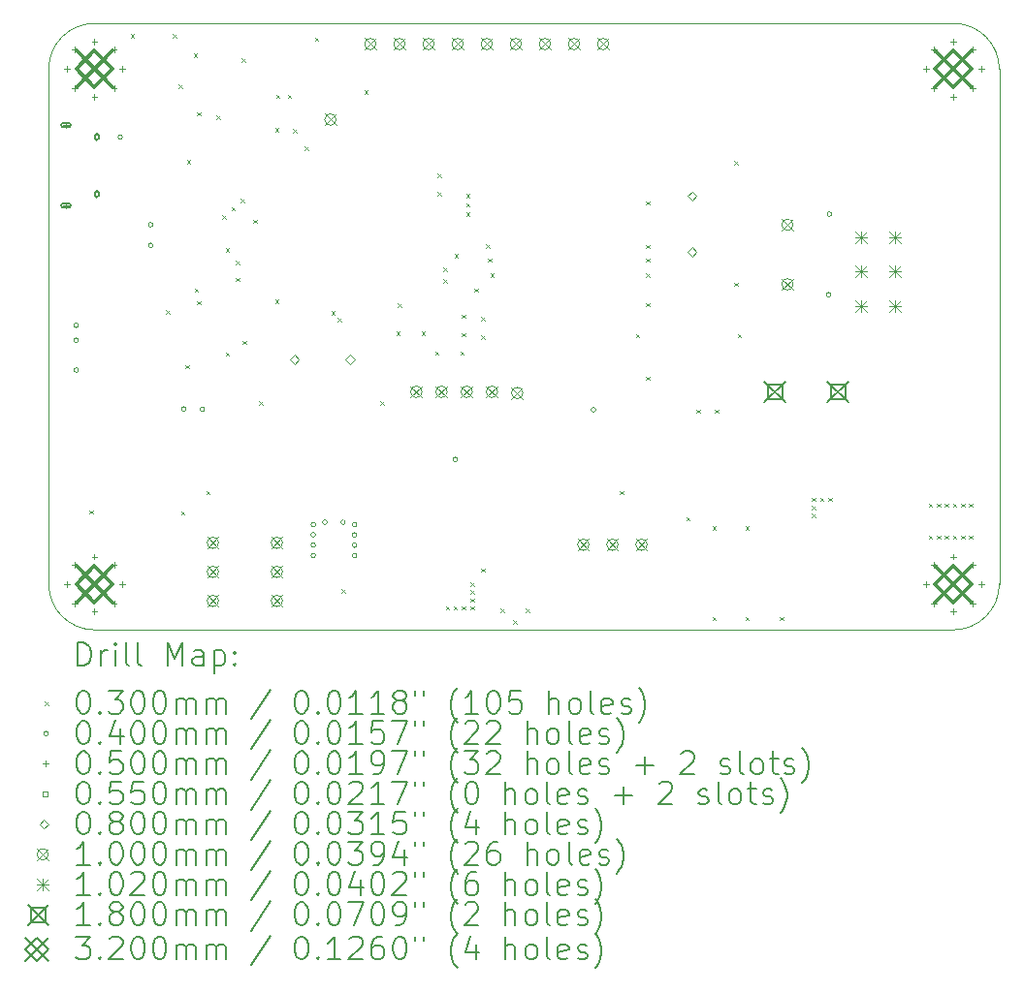
<source format=gbr>
%FSLAX45Y45*%
G04 Gerber Fmt 4.5, Leading zero omitted, Abs format (unit mm)*
G04 Created by KiCad (PCBNEW 6.0.0-d3dd2cf0fa~116~ubuntu20.04.1) date 2022-01-09 15:49:28*
%MOMM*%
%LPD*%
G01*
G04 APERTURE LIST*
%TA.AperFunction,Profile*%
%ADD10C,0.050000*%
%TD*%
%ADD11C,0.200000*%
%ADD12C,0.030000*%
%ADD13C,0.040000*%
%ADD14C,0.050000*%
%ADD15C,0.055000*%
%ADD16C,0.080000*%
%ADD17C,0.100000*%
%ADD18C,0.102000*%
%ADD19C,0.180000*%
%ADD20C,0.320000*%
G04 APERTURE END LIST*
D10*
X18300000Y-7640000D02*
X18300000Y-12140000D01*
X18300000Y-7640000D02*
G75*
G03*
X17900000Y-7240000I-400000J0D01*
G01*
X10000000Y-12140000D02*
X10000000Y-7640000D01*
X10400000Y-7240000D02*
G75*
G03*
X10000000Y-7640000I0J-400000D01*
G01*
X10400000Y-7240000D02*
X17900000Y-7240000D01*
X17900000Y-12540000D02*
X10400000Y-12540000D01*
X10000000Y-12140000D02*
G75*
G03*
X10400000Y-12540000I400000J0D01*
G01*
X17900000Y-12540000D02*
G75*
G03*
X18300000Y-12140000I0J400000D01*
G01*
D11*
D12*
X10355000Y-11495000D02*
X10385000Y-11525000D01*
X10385000Y-11495000D02*
X10355000Y-11525000D01*
X10715000Y-7335000D02*
X10745000Y-7365000D01*
X10745000Y-7335000D02*
X10715000Y-7365000D01*
X11025000Y-9745000D02*
X11055000Y-9775000D01*
X11055000Y-9745000D02*
X11025000Y-9775000D01*
X11085000Y-7335000D02*
X11115000Y-7365000D01*
X11115000Y-7335000D02*
X11085000Y-7365000D01*
X11135000Y-7775000D02*
X11165000Y-7805000D01*
X11165000Y-7775000D02*
X11135000Y-7805000D01*
X11155000Y-11505000D02*
X11185000Y-11535000D01*
X11185000Y-11505000D02*
X11155000Y-11535000D01*
X11195000Y-10225000D02*
X11225000Y-10255000D01*
X11225000Y-10225000D02*
X11195000Y-10255000D01*
X11205000Y-8435000D02*
X11235000Y-8465000D01*
X11235000Y-8435000D02*
X11205000Y-8465000D01*
X11265000Y-7505000D02*
X11295000Y-7535000D01*
X11295000Y-7505000D02*
X11265000Y-7535000D01*
X11275000Y-9555000D02*
X11305000Y-9585000D01*
X11305000Y-9555000D02*
X11275000Y-9585000D01*
X11295000Y-8015000D02*
X11325000Y-8045000D01*
X11325000Y-8015000D02*
X11295000Y-8045000D01*
X11295000Y-9665000D02*
X11325000Y-9695000D01*
X11325000Y-9665000D02*
X11295000Y-9695000D01*
X11375000Y-11325000D02*
X11405000Y-11355000D01*
X11405000Y-11325000D02*
X11375000Y-11355000D01*
X11465000Y-8045000D02*
X11495000Y-8075000D01*
X11495000Y-8045000D02*
X11465000Y-8075000D01*
X11515000Y-8915000D02*
X11545000Y-8945000D01*
X11545000Y-8915000D02*
X11515000Y-8945000D01*
X11545000Y-9205000D02*
X11575000Y-9235000D01*
X11575000Y-9205000D02*
X11545000Y-9235000D01*
X11545000Y-10115000D02*
X11575000Y-10145000D01*
X11575000Y-10115000D02*
X11545000Y-10145000D01*
X11595000Y-8845000D02*
X11625000Y-8875000D01*
X11625000Y-8845000D02*
X11595000Y-8875000D01*
X11635000Y-9315000D02*
X11665000Y-9345000D01*
X11665000Y-9315000D02*
X11635000Y-9345000D01*
X11635000Y-9465000D02*
X11665000Y-9495000D01*
X11665000Y-9465000D02*
X11635000Y-9495000D01*
X11675000Y-8775000D02*
X11705000Y-8805000D01*
X11705000Y-8775000D02*
X11675000Y-8805000D01*
X11685000Y-7545000D02*
X11715000Y-7575000D01*
X11715000Y-7545000D02*
X11685000Y-7575000D01*
X11695000Y-10015000D02*
X11725000Y-10045000D01*
X11725000Y-10015000D02*
X11695000Y-10045000D01*
X11784679Y-8955321D02*
X11814679Y-8985321D01*
X11814679Y-8955321D02*
X11784679Y-8985321D01*
X11835000Y-10545000D02*
X11865000Y-10575000D01*
X11865000Y-10545000D02*
X11835000Y-10575000D01*
X11975000Y-8155000D02*
X12005000Y-8185000D01*
X12005000Y-8155000D02*
X11975000Y-8185000D01*
X11975000Y-9655000D02*
X12005000Y-9685000D01*
X12005000Y-9655000D02*
X11975000Y-9685000D01*
X11985000Y-7865000D02*
X12015000Y-7895000D01*
X12015000Y-7865000D02*
X11985000Y-7895000D01*
X12085000Y-7865000D02*
X12115000Y-7895000D01*
X12115000Y-7865000D02*
X12085000Y-7895000D01*
X12135000Y-8165000D02*
X12165000Y-8195000D01*
X12165000Y-8165000D02*
X12135000Y-8195000D01*
X12233045Y-8315000D02*
X12263045Y-8345000D01*
X12263045Y-8315000D02*
X12233045Y-8345000D01*
X12325000Y-7365000D02*
X12355000Y-7395000D01*
X12355000Y-7365000D02*
X12325000Y-7395000D01*
X12469316Y-9755000D02*
X12499316Y-9785000D01*
X12499316Y-9755000D02*
X12469316Y-9785000D01*
X12525000Y-9815000D02*
X12555000Y-9845000D01*
X12555000Y-9815000D02*
X12525000Y-9845000D01*
X12555000Y-12185000D02*
X12585000Y-12215000D01*
X12585000Y-12185000D02*
X12555000Y-12215000D01*
X12755000Y-7825000D02*
X12785000Y-7855000D01*
X12785000Y-7825000D02*
X12755000Y-7855000D01*
X12895000Y-10545000D02*
X12925000Y-10575000D01*
X12925000Y-10545000D02*
X12895000Y-10575000D01*
X13035000Y-9935000D02*
X13065000Y-9965000D01*
X13065000Y-9935000D02*
X13035000Y-9965000D01*
X13046000Y-9686000D02*
X13076000Y-9716000D01*
X13076000Y-9686000D02*
X13046000Y-9716000D01*
X13255000Y-9935000D02*
X13285000Y-9965000D01*
X13285000Y-9935000D02*
X13255000Y-9965000D01*
X13375000Y-10105000D02*
X13405000Y-10135000D01*
X13405000Y-10105000D02*
X13375000Y-10135000D01*
X13395000Y-8555000D02*
X13425000Y-8585000D01*
X13425000Y-8555000D02*
X13395000Y-8585000D01*
X13395000Y-8715000D02*
X13425000Y-8745000D01*
X13425000Y-8715000D02*
X13395000Y-8745000D01*
X13445000Y-9375000D02*
X13475000Y-9405000D01*
X13475000Y-9375000D02*
X13445000Y-9405000D01*
X13445000Y-9475000D02*
X13475000Y-9505000D01*
X13475000Y-9475000D02*
X13445000Y-9505000D01*
X13465000Y-12335000D02*
X13495000Y-12365000D01*
X13495000Y-12335000D02*
X13465000Y-12365000D01*
X13535000Y-12335000D02*
X13565000Y-12365000D01*
X13565000Y-12335000D02*
X13535000Y-12365000D01*
X13545000Y-9255000D02*
X13575000Y-9285000D01*
X13575000Y-9255000D02*
X13545000Y-9285000D01*
X13595000Y-10105000D02*
X13625000Y-10135000D01*
X13625000Y-10105000D02*
X13595000Y-10135000D01*
X13605000Y-9785000D02*
X13635000Y-9815000D01*
X13635000Y-9785000D02*
X13605000Y-9815000D01*
X13605000Y-9945000D02*
X13635000Y-9975000D01*
X13635000Y-9945000D02*
X13605000Y-9975000D01*
X13605000Y-12335000D02*
X13635000Y-12365000D01*
X13635000Y-12335000D02*
X13605000Y-12365000D01*
X13645000Y-8730320D02*
X13675000Y-8760320D01*
X13675000Y-8730320D02*
X13645000Y-8760320D01*
X13645000Y-8810321D02*
X13675000Y-8840321D01*
X13675000Y-8810321D02*
X13645000Y-8840321D01*
X13645000Y-8890321D02*
X13675000Y-8920321D01*
X13675000Y-8890321D02*
X13645000Y-8920321D01*
X13685000Y-12125000D02*
X13715000Y-12155000D01*
X13715000Y-12125000D02*
X13685000Y-12155000D01*
X13685000Y-12195000D02*
X13715000Y-12225000D01*
X13715000Y-12195000D02*
X13685000Y-12225000D01*
X13685000Y-12265000D02*
X13715000Y-12295000D01*
X13715000Y-12265000D02*
X13685000Y-12295000D01*
X13685000Y-12335000D02*
X13715000Y-12365000D01*
X13715000Y-12335000D02*
X13685000Y-12365000D01*
X13715000Y-9555000D02*
X13745000Y-9585000D01*
X13745000Y-9555000D02*
X13715000Y-9585000D01*
X13775000Y-9805000D02*
X13805000Y-9835000D01*
X13805000Y-9805000D02*
X13775000Y-9835000D01*
X13775000Y-9965000D02*
X13805000Y-9995000D01*
X13805000Y-9965000D02*
X13775000Y-9995000D01*
X13775000Y-12005000D02*
X13805000Y-12035000D01*
X13805000Y-12005000D02*
X13775000Y-12035000D01*
X13818033Y-9171967D02*
X13848033Y-9201967D01*
X13848033Y-9171967D02*
X13818033Y-9201967D01*
X13835000Y-9295000D02*
X13865000Y-9325000D01*
X13865000Y-9295000D02*
X13835000Y-9325000D01*
X13855000Y-9425000D02*
X13885000Y-9455000D01*
X13885000Y-9425000D02*
X13855000Y-9455000D01*
X13945000Y-12355000D02*
X13975000Y-12385000D01*
X13975000Y-12355000D02*
X13945000Y-12385000D01*
X14055000Y-12455000D02*
X14085000Y-12485000D01*
X14085000Y-12455000D02*
X14055000Y-12485000D01*
X14165000Y-12355000D02*
X14195000Y-12385000D01*
X14195000Y-12355000D02*
X14165000Y-12385000D01*
X14985000Y-11325000D02*
X15015000Y-11355000D01*
X15015000Y-11325000D02*
X14985000Y-11355000D01*
X15125000Y-9955000D02*
X15155000Y-9985000D01*
X15155000Y-9955000D02*
X15125000Y-9985000D01*
X15215000Y-8795000D02*
X15245000Y-8825000D01*
X15245000Y-8795000D02*
X15215000Y-8825000D01*
X15215000Y-9175000D02*
X15245000Y-9205000D01*
X15245000Y-9175000D02*
X15215000Y-9205000D01*
X15215000Y-9295000D02*
X15245000Y-9325000D01*
X15245000Y-9295000D02*
X15215000Y-9325000D01*
X15215000Y-9425000D02*
X15245000Y-9455000D01*
X15245000Y-9425000D02*
X15215000Y-9455000D01*
X15215000Y-9685000D02*
X15245000Y-9715000D01*
X15245000Y-9685000D02*
X15215000Y-9715000D01*
X15215000Y-10325000D02*
X15245000Y-10355000D01*
X15245000Y-10325000D02*
X15215000Y-10355000D01*
X15565000Y-11555000D02*
X15595000Y-11585000D01*
X15595000Y-11555000D02*
X15565000Y-11585000D01*
X15655000Y-10615000D02*
X15685000Y-10645000D01*
X15685000Y-10615000D02*
X15655000Y-10645000D01*
X15795000Y-11635000D02*
X15825000Y-11665000D01*
X15825000Y-11635000D02*
X15795000Y-11665000D01*
X15795000Y-12425000D02*
X15825000Y-12455000D01*
X15825000Y-12425000D02*
X15795000Y-12455000D01*
X15815000Y-10615000D02*
X15845000Y-10645000D01*
X15845000Y-10615000D02*
X15815000Y-10645000D01*
X15985000Y-8445000D02*
X16015000Y-8475000D01*
X16015000Y-8445000D02*
X15985000Y-8475000D01*
X15985000Y-9505000D02*
X16015000Y-9535000D01*
X16015000Y-9505000D02*
X15985000Y-9535000D01*
X16015000Y-9955000D02*
X16045000Y-9985000D01*
X16045000Y-9955000D02*
X16015000Y-9985000D01*
X16085000Y-11635000D02*
X16115000Y-11665000D01*
X16115000Y-11635000D02*
X16085000Y-11665000D01*
X16085000Y-12425000D02*
X16115000Y-12455000D01*
X16115000Y-12425000D02*
X16085000Y-12455000D01*
X16385000Y-12425000D02*
X16415000Y-12455000D01*
X16415000Y-12425000D02*
X16385000Y-12455000D01*
X16665000Y-11385000D02*
X16695000Y-11415000D01*
X16695000Y-11385000D02*
X16665000Y-11415000D01*
X16665000Y-11455000D02*
X16695000Y-11485000D01*
X16695000Y-11455000D02*
X16665000Y-11485000D01*
X16665000Y-11525000D02*
X16695000Y-11555000D01*
X16695000Y-11525000D02*
X16665000Y-11555000D01*
X16735000Y-11385000D02*
X16765000Y-11415000D01*
X16765000Y-11385000D02*
X16735000Y-11415000D01*
X16805000Y-11385000D02*
X16835000Y-11415000D01*
X16835000Y-11385000D02*
X16805000Y-11415000D01*
X17685000Y-11435000D02*
X17715000Y-11465000D01*
X17715000Y-11435000D02*
X17685000Y-11465000D01*
X17685000Y-11715000D02*
X17715000Y-11745000D01*
X17715000Y-11715000D02*
X17685000Y-11745000D01*
X17755000Y-11435000D02*
X17785000Y-11465000D01*
X17785000Y-11435000D02*
X17755000Y-11465000D01*
X17755000Y-11715000D02*
X17785000Y-11745000D01*
X17785000Y-11715000D02*
X17755000Y-11745000D01*
X17825000Y-11435000D02*
X17855000Y-11465000D01*
X17855000Y-11435000D02*
X17825000Y-11465000D01*
X17825000Y-11715000D02*
X17855000Y-11745000D01*
X17855000Y-11715000D02*
X17825000Y-11745000D01*
X17895000Y-11435000D02*
X17925000Y-11465000D01*
X17925000Y-11435000D02*
X17895000Y-11465000D01*
X17895000Y-11715000D02*
X17925000Y-11745000D01*
X17925000Y-11715000D02*
X17895000Y-11745000D01*
X17965000Y-11435000D02*
X17995000Y-11465000D01*
X17995000Y-11435000D02*
X17965000Y-11465000D01*
X17965000Y-11715000D02*
X17995000Y-11745000D01*
X17995000Y-11715000D02*
X17965000Y-11745000D01*
X18035000Y-11435000D02*
X18065000Y-11465000D01*
X18065000Y-11435000D02*
X18035000Y-11465000D01*
X18035000Y-11715000D02*
X18065000Y-11745000D01*
X18065000Y-11715000D02*
X18035000Y-11745000D01*
D13*
X10260000Y-9880000D02*
G75*
G03*
X10260000Y-9880000I-20000J0D01*
G01*
X10260000Y-10010000D02*
G75*
G03*
X10260000Y-10010000I-20000J0D01*
G01*
X10260000Y-10270000D02*
G75*
G03*
X10260000Y-10270000I-20000J0D01*
G01*
X10644450Y-8234450D02*
G75*
G03*
X10644450Y-8234450I-20000J0D01*
G01*
X10910000Y-9000000D02*
G75*
G03*
X10910000Y-9000000I-20000J0D01*
G01*
X10910000Y-9180000D02*
G75*
G03*
X10910000Y-9180000I-20000J0D01*
G01*
X11200000Y-10610000D02*
G75*
G03*
X11200000Y-10610000I-20000J0D01*
G01*
X11361317Y-10611317D02*
G75*
G03*
X11361317Y-10611317I-20000J0D01*
G01*
X12330000Y-11620000D02*
G75*
G03*
X12330000Y-11620000I-20000J0D01*
G01*
X12330000Y-11710000D02*
G75*
G03*
X12330000Y-11710000I-20000J0D01*
G01*
X12330000Y-11800000D02*
G75*
G03*
X12330000Y-11800000I-20000J0D01*
G01*
X12330000Y-11890000D02*
G75*
G03*
X12330000Y-11890000I-20000J0D01*
G01*
X12430000Y-11600000D02*
G75*
G03*
X12430000Y-11600000I-20000J0D01*
G01*
X12590000Y-11600000D02*
G75*
G03*
X12590000Y-11600000I-20000J0D01*
G01*
X12690000Y-11620000D02*
G75*
G03*
X12690000Y-11620000I-20000J0D01*
G01*
X12690000Y-11710000D02*
G75*
G03*
X12690000Y-11710000I-20000J0D01*
G01*
X12690000Y-11800000D02*
G75*
G03*
X12690000Y-11800000I-20000J0D01*
G01*
X12690000Y-11890000D02*
G75*
G03*
X12690000Y-11890000I-20000J0D01*
G01*
X13570000Y-11050000D02*
G75*
G03*
X13570000Y-11050000I-20000J0D01*
G01*
X14776150Y-10616150D02*
G75*
G03*
X14776150Y-10616150I-20000J0D01*
G01*
X16830000Y-9610000D02*
G75*
G03*
X16830000Y-9610000I-20000J0D01*
G01*
X16836400Y-8906400D02*
G75*
G03*
X16836400Y-8906400I-20000J0D01*
G01*
D14*
X10150000Y-8105000D02*
X10150000Y-8155000D01*
X10125000Y-8130000D02*
X10175000Y-8130000D01*
D11*
X10182500Y-8115000D02*
X10117500Y-8115000D01*
X10182500Y-8145000D02*
X10117500Y-8145000D01*
X10117500Y-8115000D02*
G75*
G03*
X10117500Y-8145000I0J-15000D01*
G01*
X10182500Y-8145000D02*
G75*
G03*
X10182500Y-8115000I0J15000D01*
G01*
D14*
X10150000Y-8805000D02*
X10150000Y-8855000D01*
X10125000Y-8830000D02*
X10175000Y-8830000D01*
D11*
X10182500Y-8815000D02*
X10117500Y-8815000D01*
X10182500Y-8845000D02*
X10117500Y-8845000D01*
X10117500Y-8815000D02*
G75*
G03*
X10117500Y-8845000I0J-15000D01*
G01*
X10182500Y-8845000D02*
G75*
G03*
X10182500Y-8815000I0J15000D01*
G01*
D14*
X10160000Y-7615000D02*
X10160000Y-7665000D01*
X10135000Y-7640000D02*
X10185000Y-7640000D01*
X10160000Y-12115000D02*
X10160000Y-12165000D01*
X10135000Y-12140000D02*
X10185000Y-12140000D01*
X10230294Y-7445294D02*
X10230294Y-7495294D01*
X10205294Y-7470294D02*
X10255294Y-7470294D01*
X10230294Y-7784706D02*
X10230294Y-7834706D01*
X10205294Y-7809706D02*
X10255294Y-7809706D01*
X10230294Y-11945294D02*
X10230294Y-11995294D01*
X10205294Y-11970294D02*
X10255294Y-11970294D01*
X10230294Y-12284706D02*
X10230294Y-12334706D01*
X10205294Y-12309706D02*
X10255294Y-12309706D01*
X10400000Y-7375000D02*
X10400000Y-7425000D01*
X10375000Y-7400000D02*
X10425000Y-7400000D01*
X10400000Y-7855000D02*
X10400000Y-7905000D01*
X10375000Y-7880000D02*
X10425000Y-7880000D01*
X10400000Y-11875000D02*
X10400000Y-11925000D01*
X10375000Y-11900000D02*
X10425000Y-11900000D01*
X10400000Y-12355000D02*
X10400000Y-12405000D01*
X10375000Y-12380000D02*
X10425000Y-12380000D01*
X10569706Y-7445294D02*
X10569706Y-7495294D01*
X10544706Y-7470294D02*
X10594706Y-7470294D01*
X10569706Y-7784706D02*
X10569706Y-7834706D01*
X10544706Y-7809706D02*
X10594706Y-7809706D01*
X10569706Y-11945294D02*
X10569706Y-11995294D01*
X10544706Y-11970294D02*
X10594706Y-11970294D01*
X10569706Y-12284706D02*
X10569706Y-12334706D01*
X10544706Y-12309706D02*
X10594706Y-12309706D01*
X10640000Y-7615000D02*
X10640000Y-7665000D01*
X10615000Y-7640000D02*
X10665000Y-7640000D01*
X10640000Y-12115000D02*
X10640000Y-12165000D01*
X10615000Y-12140000D02*
X10665000Y-12140000D01*
X17660000Y-7615000D02*
X17660000Y-7665000D01*
X17635000Y-7640000D02*
X17685000Y-7640000D01*
X17660000Y-12115000D02*
X17660000Y-12165000D01*
X17635000Y-12140000D02*
X17685000Y-12140000D01*
X17730294Y-7445294D02*
X17730294Y-7495294D01*
X17705294Y-7470294D02*
X17755294Y-7470294D01*
X17730294Y-7784706D02*
X17730294Y-7834706D01*
X17705294Y-7809706D02*
X17755294Y-7809706D01*
X17730294Y-11945294D02*
X17730294Y-11995294D01*
X17705294Y-11970294D02*
X17755294Y-11970294D01*
X17730294Y-12284706D02*
X17730294Y-12334706D01*
X17705294Y-12309706D02*
X17755294Y-12309706D01*
X17900000Y-7375000D02*
X17900000Y-7425000D01*
X17875000Y-7400000D02*
X17925000Y-7400000D01*
X17900000Y-7855000D02*
X17900000Y-7905000D01*
X17875000Y-7880000D02*
X17925000Y-7880000D01*
X17900000Y-11875000D02*
X17900000Y-11925000D01*
X17875000Y-11900000D02*
X17925000Y-11900000D01*
X17900000Y-12355000D02*
X17900000Y-12405000D01*
X17875000Y-12380000D02*
X17925000Y-12380000D01*
X18069706Y-7445294D02*
X18069706Y-7495294D01*
X18044706Y-7470294D02*
X18094706Y-7470294D01*
X18069706Y-7784706D02*
X18069706Y-7834706D01*
X18044706Y-7809706D02*
X18094706Y-7809706D01*
X18069706Y-11945294D02*
X18069706Y-11995294D01*
X18044706Y-11970294D02*
X18094706Y-11970294D01*
X18069706Y-12284706D02*
X18069706Y-12334706D01*
X18044706Y-12309706D02*
X18094706Y-12309706D01*
X18140000Y-7615000D02*
X18140000Y-7665000D01*
X18115000Y-7640000D02*
X18165000Y-7640000D01*
X18140000Y-12115000D02*
X18140000Y-12165000D01*
X18115000Y-12140000D02*
X18165000Y-12140000D01*
D15*
X10439446Y-8249446D02*
X10439446Y-8210554D01*
X10400554Y-8210554D01*
X10400554Y-8249446D01*
X10439446Y-8249446D01*
D11*
X10402500Y-8215000D02*
X10402500Y-8245000D01*
X10437500Y-8215000D02*
X10437500Y-8245000D01*
X10402500Y-8245000D02*
G75*
G03*
X10437500Y-8245000I17500J0D01*
G01*
X10437500Y-8215000D02*
G75*
G03*
X10402500Y-8215000I-17500J0D01*
G01*
D15*
X10439446Y-8749446D02*
X10439446Y-8710554D01*
X10400554Y-8710554D01*
X10400554Y-8749446D01*
X10439446Y-8749446D01*
D11*
X10402500Y-8715000D02*
X10402500Y-8745000D01*
X10437500Y-8715000D02*
X10437500Y-8745000D01*
X10402500Y-8745000D02*
G75*
G03*
X10437500Y-8745000I17500J0D01*
G01*
X10437500Y-8715000D02*
G75*
G03*
X10402500Y-8715000I-17500J0D01*
G01*
D16*
X12144600Y-10217800D02*
X12184600Y-10177800D01*
X12144600Y-10137800D01*
X12104600Y-10177800D01*
X12144600Y-10217800D01*
X12632600Y-10217800D02*
X12672600Y-10177800D01*
X12632600Y-10137800D01*
X12592600Y-10177800D01*
X12632600Y-10217800D01*
X15617400Y-8790000D02*
X15657400Y-8750000D01*
X15617400Y-8710000D01*
X15577400Y-8750000D01*
X15617400Y-8790000D01*
X15617400Y-9278000D02*
X15657400Y-9238000D01*
X15617400Y-9198000D01*
X15577400Y-9238000D01*
X15617400Y-9278000D01*
D17*
X11382600Y-11729400D02*
X11482600Y-11829400D01*
X11482600Y-11729400D02*
X11382600Y-11829400D01*
X11482600Y-11779400D02*
G75*
G03*
X11482600Y-11779400I-50000J0D01*
G01*
X11382600Y-11983400D02*
X11482600Y-12083400D01*
X11482600Y-11983400D02*
X11382600Y-12083400D01*
X11482600Y-12033400D02*
G75*
G03*
X11482600Y-12033400I-50000J0D01*
G01*
X11382600Y-12237400D02*
X11482600Y-12337400D01*
X11482600Y-12237400D02*
X11382600Y-12337400D01*
X11482600Y-12287400D02*
G75*
G03*
X11482600Y-12287400I-50000J0D01*
G01*
X11941400Y-11729400D02*
X12041400Y-11829400D01*
X12041400Y-11729400D02*
X11941400Y-11829400D01*
X12041400Y-11779400D02*
G75*
G03*
X12041400Y-11779400I-50000J0D01*
G01*
X11941400Y-11983400D02*
X12041400Y-12083400D01*
X12041400Y-11983400D02*
X11941400Y-12083400D01*
X12041400Y-12033400D02*
G75*
G03*
X12041400Y-12033400I-50000J0D01*
G01*
X11941400Y-12237400D02*
X12041400Y-12337400D01*
X12041400Y-12237400D02*
X11941400Y-12337400D01*
X12041400Y-12287400D02*
G75*
G03*
X12041400Y-12287400I-50000J0D01*
G01*
X12410000Y-8030000D02*
X12510000Y-8130000D01*
X12510000Y-8030000D02*
X12410000Y-8130000D01*
X12510000Y-8080000D02*
G75*
G03*
X12510000Y-8080000I-50000J0D01*
G01*
X12758000Y-7370000D02*
X12858000Y-7470000D01*
X12858000Y-7370000D02*
X12758000Y-7470000D01*
X12858000Y-7420000D02*
G75*
G03*
X12858000Y-7420000I-50000J0D01*
G01*
X13012000Y-7370000D02*
X13112000Y-7470000D01*
X13112000Y-7370000D02*
X13012000Y-7470000D01*
X13112000Y-7420000D02*
G75*
G03*
X13112000Y-7420000I-50000J0D01*
G01*
X13160000Y-10410000D02*
X13260000Y-10510000D01*
X13260000Y-10410000D02*
X13160000Y-10510000D01*
X13260000Y-10460000D02*
G75*
G03*
X13260000Y-10460000I-50000J0D01*
G01*
X13266000Y-7370000D02*
X13366000Y-7470000D01*
X13366000Y-7370000D02*
X13266000Y-7470000D01*
X13366000Y-7420000D02*
G75*
G03*
X13366000Y-7420000I-50000J0D01*
G01*
X13380000Y-10410000D02*
X13480000Y-10510000D01*
X13480000Y-10410000D02*
X13380000Y-10510000D01*
X13480000Y-10460000D02*
G75*
G03*
X13480000Y-10460000I-50000J0D01*
G01*
X13520000Y-7370000D02*
X13620000Y-7470000D01*
X13620000Y-7370000D02*
X13520000Y-7470000D01*
X13620000Y-7420000D02*
G75*
G03*
X13620000Y-7420000I-50000J0D01*
G01*
X13600000Y-10410000D02*
X13700000Y-10510000D01*
X13700000Y-10410000D02*
X13600000Y-10510000D01*
X13700000Y-10460000D02*
G75*
G03*
X13700000Y-10460000I-50000J0D01*
G01*
X13774000Y-7370000D02*
X13874000Y-7470000D01*
X13874000Y-7370000D02*
X13774000Y-7470000D01*
X13874000Y-7420000D02*
G75*
G03*
X13874000Y-7420000I-50000J0D01*
G01*
X13820000Y-10410000D02*
X13920000Y-10510000D01*
X13920000Y-10410000D02*
X13820000Y-10510000D01*
X13920000Y-10460000D02*
G75*
G03*
X13920000Y-10460000I-50000J0D01*
G01*
X14028000Y-7370000D02*
X14128000Y-7470000D01*
X14128000Y-7370000D02*
X14028000Y-7470000D01*
X14128000Y-7420000D02*
G75*
G03*
X14128000Y-7420000I-50000J0D01*
G01*
X14040000Y-10420000D02*
X14140000Y-10520000D01*
X14140000Y-10420000D02*
X14040000Y-10520000D01*
X14140000Y-10470000D02*
G75*
G03*
X14140000Y-10470000I-50000J0D01*
G01*
X14282000Y-7370000D02*
X14382000Y-7470000D01*
X14382000Y-7370000D02*
X14282000Y-7470000D01*
X14382000Y-7420000D02*
G75*
G03*
X14382000Y-7420000I-50000J0D01*
G01*
X14536000Y-7370000D02*
X14636000Y-7470000D01*
X14636000Y-7370000D02*
X14536000Y-7470000D01*
X14636000Y-7420000D02*
G75*
G03*
X14636000Y-7420000I-50000J0D01*
G01*
X14618000Y-11745800D02*
X14718000Y-11845800D01*
X14718000Y-11745800D02*
X14618000Y-11845800D01*
X14718000Y-11795800D02*
G75*
G03*
X14718000Y-11795800I-50000J0D01*
G01*
X14790000Y-7370000D02*
X14890000Y-7470000D01*
X14890000Y-7370000D02*
X14790000Y-7470000D01*
X14890000Y-7420000D02*
G75*
G03*
X14890000Y-7420000I-50000J0D01*
G01*
X14872000Y-11745800D02*
X14972000Y-11845800D01*
X14972000Y-11745800D02*
X14872000Y-11845800D01*
X14972000Y-11795800D02*
G75*
G03*
X14972000Y-11795800I-50000J0D01*
G01*
X15126000Y-11745800D02*
X15226000Y-11845800D01*
X15226000Y-11745800D02*
X15126000Y-11845800D01*
X15226000Y-11795800D02*
G75*
G03*
X15226000Y-11795800I-50000J0D01*
G01*
X16400000Y-8950000D02*
X16500000Y-9050000D01*
X16500000Y-8950000D02*
X16400000Y-9050000D01*
X16500000Y-9000000D02*
G75*
G03*
X16500000Y-9000000I-50000J0D01*
G01*
X16400000Y-9470000D02*
X16500000Y-9570000D01*
X16500000Y-9470000D02*
X16400000Y-9570000D01*
X16500000Y-9520000D02*
G75*
G03*
X16500000Y-9520000I-50000J0D01*
G01*
D18*
X17039000Y-9059000D02*
X17141000Y-9161000D01*
X17141000Y-9059000D02*
X17039000Y-9161000D01*
X17090000Y-9059000D02*
X17090000Y-9161000D01*
X17039000Y-9110000D02*
X17141000Y-9110000D01*
X17039000Y-9359000D02*
X17141000Y-9461000D01*
X17141000Y-9359000D02*
X17039000Y-9461000D01*
X17090000Y-9359000D02*
X17090000Y-9461000D01*
X17039000Y-9410000D02*
X17141000Y-9410000D01*
X17039000Y-9659000D02*
X17141000Y-9761000D01*
X17141000Y-9659000D02*
X17039000Y-9761000D01*
X17090000Y-9659000D02*
X17090000Y-9761000D01*
X17039000Y-9710000D02*
X17141000Y-9710000D01*
X17339000Y-9059000D02*
X17441000Y-9161000D01*
X17441000Y-9059000D02*
X17339000Y-9161000D01*
X17390000Y-9059000D02*
X17390000Y-9161000D01*
X17339000Y-9110000D02*
X17441000Y-9110000D01*
X17339000Y-9359000D02*
X17441000Y-9461000D01*
X17441000Y-9359000D02*
X17339000Y-9461000D01*
X17390000Y-9359000D02*
X17390000Y-9461000D01*
X17339000Y-9410000D02*
X17441000Y-9410000D01*
X17339000Y-9659000D02*
X17441000Y-9761000D01*
X17441000Y-9659000D02*
X17339000Y-9761000D01*
X17390000Y-9659000D02*
X17390000Y-9761000D01*
X17339000Y-9710000D02*
X17441000Y-9710000D01*
D19*
X16250000Y-10370000D02*
X16430000Y-10550000D01*
X16430000Y-10370000D02*
X16250000Y-10550000D01*
X16403640Y-10523640D02*
X16403640Y-10396360D01*
X16276360Y-10396360D01*
X16276360Y-10523640D01*
X16403640Y-10523640D01*
X16800000Y-10370000D02*
X16980000Y-10550000D01*
X16980000Y-10370000D02*
X16800000Y-10550000D01*
X16953640Y-10523640D02*
X16953640Y-10396360D01*
X16826360Y-10396360D01*
X16826360Y-10523640D01*
X16953640Y-10523640D01*
D20*
X10240000Y-7480000D02*
X10560000Y-7800000D01*
X10560000Y-7480000D02*
X10240000Y-7800000D01*
X10400000Y-7800000D02*
X10560000Y-7640000D01*
X10400000Y-7480000D01*
X10240000Y-7640000D01*
X10400000Y-7800000D01*
X10240000Y-11980000D02*
X10560000Y-12300000D01*
X10560000Y-11980000D02*
X10240000Y-12300000D01*
X10400000Y-12300000D02*
X10560000Y-12140000D01*
X10400000Y-11980000D01*
X10240000Y-12140000D01*
X10400000Y-12300000D01*
X17740000Y-7480000D02*
X18060000Y-7800000D01*
X18060000Y-7480000D02*
X17740000Y-7800000D01*
X17900000Y-7800000D02*
X18060000Y-7640000D01*
X17900000Y-7480000D01*
X17740000Y-7640000D01*
X17900000Y-7800000D01*
X17740000Y-11980000D02*
X18060000Y-12300000D01*
X18060000Y-11980000D02*
X17740000Y-12300000D01*
X17900000Y-12300000D02*
X18060000Y-12140000D01*
X17900000Y-11980000D01*
X17740000Y-12140000D01*
X17900000Y-12300000D01*
D11*
X10255119Y-12852976D02*
X10255119Y-12652976D01*
X10302738Y-12652976D01*
X10331310Y-12662500D01*
X10350357Y-12681548D01*
X10359881Y-12700595D01*
X10369405Y-12738690D01*
X10369405Y-12767262D01*
X10359881Y-12805357D01*
X10350357Y-12824405D01*
X10331310Y-12843452D01*
X10302738Y-12852976D01*
X10255119Y-12852976D01*
X10455119Y-12852976D02*
X10455119Y-12719643D01*
X10455119Y-12757738D02*
X10464643Y-12738690D01*
X10474167Y-12729167D01*
X10493214Y-12719643D01*
X10512262Y-12719643D01*
X10578929Y-12852976D02*
X10578929Y-12719643D01*
X10578929Y-12652976D02*
X10569405Y-12662500D01*
X10578929Y-12672024D01*
X10588452Y-12662500D01*
X10578929Y-12652976D01*
X10578929Y-12672024D01*
X10702738Y-12852976D02*
X10683690Y-12843452D01*
X10674167Y-12824405D01*
X10674167Y-12652976D01*
X10807500Y-12852976D02*
X10788452Y-12843452D01*
X10778929Y-12824405D01*
X10778929Y-12652976D01*
X11036071Y-12852976D02*
X11036071Y-12652976D01*
X11102738Y-12795833D01*
X11169405Y-12652976D01*
X11169405Y-12852976D01*
X11350357Y-12852976D02*
X11350357Y-12748214D01*
X11340833Y-12729167D01*
X11321786Y-12719643D01*
X11283690Y-12719643D01*
X11264643Y-12729167D01*
X11350357Y-12843452D02*
X11331309Y-12852976D01*
X11283690Y-12852976D01*
X11264643Y-12843452D01*
X11255119Y-12824405D01*
X11255119Y-12805357D01*
X11264643Y-12786309D01*
X11283690Y-12776786D01*
X11331309Y-12776786D01*
X11350357Y-12767262D01*
X11445595Y-12719643D02*
X11445595Y-12919643D01*
X11445595Y-12729167D02*
X11464643Y-12719643D01*
X11502738Y-12719643D01*
X11521786Y-12729167D01*
X11531309Y-12738690D01*
X11540833Y-12757738D01*
X11540833Y-12814881D01*
X11531309Y-12833928D01*
X11521786Y-12843452D01*
X11502738Y-12852976D01*
X11464643Y-12852976D01*
X11445595Y-12843452D01*
X11626548Y-12833928D02*
X11636071Y-12843452D01*
X11626548Y-12852976D01*
X11617024Y-12843452D01*
X11626548Y-12833928D01*
X11626548Y-12852976D01*
X11626548Y-12729167D02*
X11636071Y-12738690D01*
X11626548Y-12748214D01*
X11617024Y-12738690D01*
X11626548Y-12729167D01*
X11626548Y-12748214D01*
D12*
X9967500Y-13167500D02*
X9997500Y-13197500D01*
X9997500Y-13167500D02*
X9967500Y-13197500D01*
D11*
X10293214Y-13072976D02*
X10312262Y-13072976D01*
X10331310Y-13082500D01*
X10340833Y-13092024D01*
X10350357Y-13111071D01*
X10359881Y-13149167D01*
X10359881Y-13196786D01*
X10350357Y-13234881D01*
X10340833Y-13253928D01*
X10331310Y-13263452D01*
X10312262Y-13272976D01*
X10293214Y-13272976D01*
X10274167Y-13263452D01*
X10264643Y-13253928D01*
X10255119Y-13234881D01*
X10245595Y-13196786D01*
X10245595Y-13149167D01*
X10255119Y-13111071D01*
X10264643Y-13092024D01*
X10274167Y-13082500D01*
X10293214Y-13072976D01*
X10445595Y-13253928D02*
X10455119Y-13263452D01*
X10445595Y-13272976D01*
X10436071Y-13263452D01*
X10445595Y-13253928D01*
X10445595Y-13272976D01*
X10521786Y-13072976D02*
X10645595Y-13072976D01*
X10578929Y-13149167D01*
X10607500Y-13149167D01*
X10626548Y-13158690D01*
X10636071Y-13168214D01*
X10645595Y-13187262D01*
X10645595Y-13234881D01*
X10636071Y-13253928D01*
X10626548Y-13263452D01*
X10607500Y-13272976D01*
X10550357Y-13272976D01*
X10531310Y-13263452D01*
X10521786Y-13253928D01*
X10769405Y-13072976D02*
X10788452Y-13072976D01*
X10807500Y-13082500D01*
X10817024Y-13092024D01*
X10826548Y-13111071D01*
X10836071Y-13149167D01*
X10836071Y-13196786D01*
X10826548Y-13234881D01*
X10817024Y-13253928D01*
X10807500Y-13263452D01*
X10788452Y-13272976D01*
X10769405Y-13272976D01*
X10750357Y-13263452D01*
X10740833Y-13253928D01*
X10731310Y-13234881D01*
X10721786Y-13196786D01*
X10721786Y-13149167D01*
X10731310Y-13111071D01*
X10740833Y-13092024D01*
X10750357Y-13082500D01*
X10769405Y-13072976D01*
X10959881Y-13072976D02*
X10978929Y-13072976D01*
X10997976Y-13082500D01*
X11007500Y-13092024D01*
X11017024Y-13111071D01*
X11026548Y-13149167D01*
X11026548Y-13196786D01*
X11017024Y-13234881D01*
X11007500Y-13253928D01*
X10997976Y-13263452D01*
X10978929Y-13272976D01*
X10959881Y-13272976D01*
X10940833Y-13263452D01*
X10931310Y-13253928D01*
X10921786Y-13234881D01*
X10912262Y-13196786D01*
X10912262Y-13149167D01*
X10921786Y-13111071D01*
X10931310Y-13092024D01*
X10940833Y-13082500D01*
X10959881Y-13072976D01*
X11112262Y-13272976D02*
X11112262Y-13139643D01*
X11112262Y-13158690D02*
X11121786Y-13149167D01*
X11140833Y-13139643D01*
X11169405Y-13139643D01*
X11188452Y-13149167D01*
X11197976Y-13168214D01*
X11197976Y-13272976D01*
X11197976Y-13168214D02*
X11207500Y-13149167D01*
X11226548Y-13139643D01*
X11255119Y-13139643D01*
X11274167Y-13149167D01*
X11283690Y-13168214D01*
X11283690Y-13272976D01*
X11378928Y-13272976D02*
X11378928Y-13139643D01*
X11378928Y-13158690D02*
X11388452Y-13149167D01*
X11407500Y-13139643D01*
X11436071Y-13139643D01*
X11455119Y-13149167D01*
X11464643Y-13168214D01*
X11464643Y-13272976D01*
X11464643Y-13168214D02*
X11474167Y-13149167D01*
X11493214Y-13139643D01*
X11521786Y-13139643D01*
X11540833Y-13149167D01*
X11550357Y-13168214D01*
X11550357Y-13272976D01*
X11940833Y-13063452D02*
X11769405Y-13320595D01*
X12197976Y-13072976D02*
X12217024Y-13072976D01*
X12236071Y-13082500D01*
X12245595Y-13092024D01*
X12255119Y-13111071D01*
X12264643Y-13149167D01*
X12264643Y-13196786D01*
X12255119Y-13234881D01*
X12245595Y-13253928D01*
X12236071Y-13263452D01*
X12217024Y-13272976D01*
X12197976Y-13272976D01*
X12178928Y-13263452D01*
X12169405Y-13253928D01*
X12159881Y-13234881D01*
X12150357Y-13196786D01*
X12150357Y-13149167D01*
X12159881Y-13111071D01*
X12169405Y-13092024D01*
X12178928Y-13082500D01*
X12197976Y-13072976D01*
X12350357Y-13253928D02*
X12359881Y-13263452D01*
X12350357Y-13272976D01*
X12340833Y-13263452D01*
X12350357Y-13253928D01*
X12350357Y-13272976D01*
X12483690Y-13072976D02*
X12502738Y-13072976D01*
X12521786Y-13082500D01*
X12531309Y-13092024D01*
X12540833Y-13111071D01*
X12550357Y-13149167D01*
X12550357Y-13196786D01*
X12540833Y-13234881D01*
X12531309Y-13253928D01*
X12521786Y-13263452D01*
X12502738Y-13272976D01*
X12483690Y-13272976D01*
X12464643Y-13263452D01*
X12455119Y-13253928D01*
X12445595Y-13234881D01*
X12436071Y-13196786D01*
X12436071Y-13149167D01*
X12445595Y-13111071D01*
X12455119Y-13092024D01*
X12464643Y-13082500D01*
X12483690Y-13072976D01*
X12740833Y-13272976D02*
X12626548Y-13272976D01*
X12683690Y-13272976D02*
X12683690Y-13072976D01*
X12664643Y-13101548D01*
X12645595Y-13120595D01*
X12626548Y-13130119D01*
X12931309Y-13272976D02*
X12817024Y-13272976D01*
X12874167Y-13272976D02*
X12874167Y-13072976D01*
X12855119Y-13101548D01*
X12836071Y-13120595D01*
X12817024Y-13130119D01*
X13045595Y-13158690D02*
X13026548Y-13149167D01*
X13017024Y-13139643D01*
X13007500Y-13120595D01*
X13007500Y-13111071D01*
X13017024Y-13092024D01*
X13026548Y-13082500D01*
X13045595Y-13072976D01*
X13083690Y-13072976D01*
X13102738Y-13082500D01*
X13112262Y-13092024D01*
X13121786Y-13111071D01*
X13121786Y-13120595D01*
X13112262Y-13139643D01*
X13102738Y-13149167D01*
X13083690Y-13158690D01*
X13045595Y-13158690D01*
X13026548Y-13168214D01*
X13017024Y-13177738D01*
X13007500Y-13196786D01*
X13007500Y-13234881D01*
X13017024Y-13253928D01*
X13026548Y-13263452D01*
X13045595Y-13272976D01*
X13083690Y-13272976D01*
X13102738Y-13263452D01*
X13112262Y-13253928D01*
X13121786Y-13234881D01*
X13121786Y-13196786D01*
X13112262Y-13177738D01*
X13102738Y-13168214D01*
X13083690Y-13158690D01*
X13197976Y-13072976D02*
X13197976Y-13111071D01*
X13274167Y-13072976D02*
X13274167Y-13111071D01*
X13569405Y-13349167D02*
X13559881Y-13339643D01*
X13540833Y-13311071D01*
X13531309Y-13292024D01*
X13521786Y-13263452D01*
X13512262Y-13215833D01*
X13512262Y-13177738D01*
X13521786Y-13130119D01*
X13531309Y-13101548D01*
X13540833Y-13082500D01*
X13559881Y-13053928D01*
X13569405Y-13044405D01*
X13750357Y-13272976D02*
X13636071Y-13272976D01*
X13693214Y-13272976D02*
X13693214Y-13072976D01*
X13674167Y-13101548D01*
X13655119Y-13120595D01*
X13636071Y-13130119D01*
X13874167Y-13072976D02*
X13893214Y-13072976D01*
X13912262Y-13082500D01*
X13921786Y-13092024D01*
X13931309Y-13111071D01*
X13940833Y-13149167D01*
X13940833Y-13196786D01*
X13931309Y-13234881D01*
X13921786Y-13253928D01*
X13912262Y-13263452D01*
X13893214Y-13272976D01*
X13874167Y-13272976D01*
X13855119Y-13263452D01*
X13845595Y-13253928D01*
X13836071Y-13234881D01*
X13826548Y-13196786D01*
X13826548Y-13149167D01*
X13836071Y-13111071D01*
X13845595Y-13092024D01*
X13855119Y-13082500D01*
X13874167Y-13072976D01*
X14121786Y-13072976D02*
X14026548Y-13072976D01*
X14017024Y-13168214D01*
X14026548Y-13158690D01*
X14045595Y-13149167D01*
X14093214Y-13149167D01*
X14112262Y-13158690D01*
X14121786Y-13168214D01*
X14131309Y-13187262D01*
X14131309Y-13234881D01*
X14121786Y-13253928D01*
X14112262Y-13263452D01*
X14093214Y-13272976D01*
X14045595Y-13272976D01*
X14026548Y-13263452D01*
X14017024Y-13253928D01*
X14369405Y-13272976D02*
X14369405Y-13072976D01*
X14455119Y-13272976D02*
X14455119Y-13168214D01*
X14445595Y-13149167D01*
X14426548Y-13139643D01*
X14397976Y-13139643D01*
X14378928Y-13149167D01*
X14369405Y-13158690D01*
X14578928Y-13272976D02*
X14559881Y-13263452D01*
X14550357Y-13253928D01*
X14540833Y-13234881D01*
X14540833Y-13177738D01*
X14550357Y-13158690D01*
X14559881Y-13149167D01*
X14578928Y-13139643D01*
X14607500Y-13139643D01*
X14626548Y-13149167D01*
X14636071Y-13158690D01*
X14645595Y-13177738D01*
X14645595Y-13234881D01*
X14636071Y-13253928D01*
X14626548Y-13263452D01*
X14607500Y-13272976D01*
X14578928Y-13272976D01*
X14759881Y-13272976D02*
X14740833Y-13263452D01*
X14731309Y-13244405D01*
X14731309Y-13072976D01*
X14912262Y-13263452D02*
X14893214Y-13272976D01*
X14855119Y-13272976D01*
X14836071Y-13263452D01*
X14826548Y-13244405D01*
X14826548Y-13168214D01*
X14836071Y-13149167D01*
X14855119Y-13139643D01*
X14893214Y-13139643D01*
X14912262Y-13149167D01*
X14921786Y-13168214D01*
X14921786Y-13187262D01*
X14826548Y-13206309D01*
X14997976Y-13263452D02*
X15017024Y-13272976D01*
X15055119Y-13272976D01*
X15074167Y-13263452D01*
X15083690Y-13244405D01*
X15083690Y-13234881D01*
X15074167Y-13215833D01*
X15055119Y-13206309D01*
X15026548Y-13206309D01*
X15007500Y-13196786D01*
X14997976Y-13177738D01*
X14997976Y-13168214D01*
X15007500Y-13149167D01*
X15026548Y-13139643D01*
X15055119Y-13139643D01*
X15074167Y-13149167D01*
X15150357Y-13349167D02*
X15159881Y-13339643D01*
X15178928Y-13311071D01*
X15188452Y-13292024D01*
X15197976Y-13263452D01*
X15207500Y-13215833D01*
X15207500Y-13177738D01*
X15197976Y-13130119D01*
X15188452Y-13101548D01*
X15178928Y-13082500D01*
X15159881Y-13053928D01*
X15150357Y-13044405D01*
D13*
X9997500Y-13446500D02*
G75*
G03*
X9997500Y-13446500I-20000J0D01*
G01*
D11*
X10293214Y-13336976D02*
X10312262Y-13336976D01*
X10331310Y-13346500D01*
X10340833Y-13356024D01*
X10350357Y-13375071D01*
X10359881Y-13413167D01*
X10359881Y-13460786D01*
X10350357Y-13498881D01*
X10340833Y-13517928D01*
X10331310Y-13527452D01*
X10312262Y-13536976D01*
X10293214Y-13536976D01*
X10274167Y-13527452D01*
X10264643Y-13517928D01*
X10255119Y-13498881D01*
X10245595Y-13460786D01*
X10245595Y-13413167D01*
X10255119Y-13375071D01*
X10264643Y-13356024D01*
X10274167Y-13346500D01*
X10293214Y-13336976D01*
X10445595Y-13517928D02*
X10455119Y-13527452D01*
X10445595Y-13536976D01*
X10436071Y-13527452D01*
X10445595Y-13517928D01*
X10445595Y-13536976D01*
X10626548Y-13403643D02*
X10626548Y-13536976D01*
X10578929Y-13327452D02*
X10531310Y-13470309D01*
X10655119Y-13470309D01*
X10769405Y-13336976D02*
X10788452Y-13336976D01*
X10807500Y-13346500D01*
X10817024Y-13356024D01*
X10826548Y-13375071D01*
X10836071Y-13413167D01*
X10836071Y-13460786D01*
X10826548Y-13498881D01*
X10817024Y-13517928D01*
X10807500Y-13527452D01*
X10788452Y-13536976D01*
X10769405Y-13536976D01*
X10750357Y-13527452D01*
X10740833Y-13517928D01*
X10731310Y-13498881D01*
X10721786Y-13460786D01*
X10721786Y-13413167D01*
X10731310Y-13375071D01*
X10740833Y-13356024D01*
X10750357Y-13346500D01*
X10769405Y-13336976D01*
X10959881Y-13336976D02*
X10978929Y-13336976D01*
X10997976Y-13346500D01*
X11007500Y-13356024D01*
X11017024Y-13375071D01*
X11026548Y-13413167D01*
X11026548Y-13460786D01*
X11017024Y-13498881D01*
X11007500Y-13517928D01*
X10997976Y-13527452D01*
X10978929Y-13536976D01*
X10959881Y-13536976D01*
X10940833Y-13527452D01*
X10931310Y-13517928D01*
X10921786Y-13498881D01*
X10912262Y-13460786D01*
X10912262Y-13413167D01*
X10921786Y-13375071D01*
X10931310Y-13356024D01*
X10940833Y-13346500D01*
X10959881Y-13336976D01*
X11112262Y-13536976D02*
X11112262Y-13403643D01*
X11112262Y-13422690D02*
X11121786Y-13413167D01*
X11140833Y-13403643D01*
X11169405Y-13403643D01*
X11188452Y-13413167D01*
X11197976Y-13432214D01*
X11197976Y-13536976D01*
X11197976Y-13432214D02*
X11207500Y-13413167D01*
X11226548Y-13403643D01*
X11255119Y-13403643D01*
X11274167Y-13413167D01*
X11283690Y-13432214D01*
X11283690Y-13536976D01*
X11378928Y-13536976D02*
X11378928Y-13403643D01*
X11378928Y-13422690D02*
X11388452Y-13413167D01*
X11407500Y-13403643D01*
X11436071Y-13403643D01*
X11455119Y-13413167D01*
X11464643Y-13432214D01*
X11464643Y-13536976D01*
X11464643Y-13432214D02*
X11474167Y-13413167D01*
X11493214Y-13403643D01*
X11521786Y-13403643D01*
X11540833Y-13413167D01*
X11550357Y-13432214D01*
X11550357Y-13536976D01*
X11940833Y-13327452D02*
X11769405Y-13584595D01*
X12197976Y-13336976D02*
X12217024Y-13336976D01*
X12236071Y-13346500D01*
X12245595Y-13356024D01*
X12255119Y-13375071D01*
X12264643Y-13413167D01*
X12264643Y-13460786D01*
X12255119Y-13498881D01*
X12245595Y-13517928D01*
X12236071Y-13527452D01*
X12217024Y-13536976D01*
X12197976Y-13536976D01*
X12178928Y-13527452D01*
X12169405Y-13517928D01*
X12159881Y-13498881D01*
X12150357Y-13460786D01*
X12150357Y-13413167D01*
X12159881Y-13375071D01*
X12169405Y-13356024D01*
X12178928Y-13346500D01*
X12197976Y-13336976D01*
X12350357Y-13517928D02*
X12359881Y-13527452D01*
X12350357Y-13536976D01*
X12340833Y-13527452D01*
X12350357Y-13517928D01*
X12350357Y-13536976D01*
X12483690Y-13336976D02*
X12502738Y-13336976D01*
X12521786Y-13346500D01*
X12531309Y-13356024D01*
X12540833Y-13375071D01*
X12550357Y-13413167D01*
X12550357Y-13460786D01*
X12540833Y-13498881D01*
X12531309Y-13517928D01*
X12521786Y-13527452D01*
X12502738Y-13536976D01*
X12483690Y-13536976D01*
X12464643Y-13527452D01*
X12455119Y-13517928D01*
X12445595Y-13498881D01*
X12436071Y-13460786D01*
X12436071Y-13413167D01*
X12445595Y-13375071D01*
X12455119Y-13356024D01*
X12464643Y-13346500D01*
X12483690Y-13336976D01*
X12740833Y-13536976D02*
X12626548Y-13536976D01*
X12683690Y-13536976D02*
X12683690Y-13336976D01*
X12664643Y-13365548D01*
X12645595Y-13384595D01*
X12626548Y-13394119D01*
X12921786Y-13336976D02*
X12826548Y-13336976D01*
X12817024Y-13432214D01*
X12826548Y-13422690D01*
X12845595Y-13413167D01*
X12893214Y-13413167D01*
X12912262Y-13422690D01*
X12921786Y-13432214D01*
X12931309Y-13451262D01*
X12931309Y-13498881D01*
X12921786Y-13517928D01*
X12912262Y-13527452D01*
X12893214Y-13536976D01*
X12845595Y-13536976D01*
X12826548Y-13527452D01*
X12817024Y-13517928D01*
X12997976Y-13336976D02*
X13131309Y-13336976D01*
X13045595Y-13536976D01*
X13197976Y-13336976D02*
X13197976Y-13375071D01*
X13274167Y-13336976D02*
X13274167Y-13375071D01*
X13569405Y-13613167D02*
X13559881Y-13603643D01*
X13540833Y-13575071D01*
X13531309Y-13556024D01*
X13521786Y-13527452D01*
X13512262Y-13479833D01*
X13512262Y-13441738D01*
X13521786Y-13394119D01*
X13531309Y-13365548D01*
X13540833Y-13346500D01*
X13559881Y-13317928D01*
X13569405Y-13308405D01*
X13636071Y-13356024D02*
X13645595Y-13346500D01*
X13664643Y-13336976D01*
X13712262Y-13336976D01*
X13731309Y-13346500D01*
X13740833Y-13356024D01*
X13750357Y-13375071D01*
X13750357Y-13394119D01*
X13740833Y-13422690D01*
X13626548Y-13536976D01*
X13750357Y-13536976D01*
X13826548Y-13356024D02*
X13836071Y-13346500D01*
X13855119Y-13336976D01*
X13902738Y-13336976D01*
X13921786Y-13346500D01*
X13931309Y-13356024D01*
X13940833Y-13375071D01*
X13940833Y-13394119D01*
X13931309Y-13422690D01*
X13817024Y-13536976D01*
X13940833Y-13536976D01*
X14178928Y-13536976D02*
X14178928Y-13336976D01*
X14264643Y-13536976D02*
X14264643Y-13432214D01*
X14255119Y-13413167D01*
X14236071Y-13403643D01*
X14207500Y-13403643D01*
X14188452Y-13413167D01*
X14178928Y-13422690D01*
X14388452Y-13536976D02*
X14369405Y-13527452D01*
X14359881Y-13517928D01*
X14350357Y-13498881D01*
X14350357Y-13441738D01*
X14359881Y-13422690D01*
X14369405Y-13413167D01*
X14388452Y-13403643D01*
X14417024Y-13403643D01*
X14436071Y-13413167D01*
X14445595Y-13422690D01*
X14455119Y-13441738D01*
X14455119Y-13498881D01*
X14445595Y-13517928D01*
X14436071Y-13527452D01*
X14417024Y-13536976D01*
X14388452Y-13536976D01*
X14569405Y-13536976D02*
X14550357Y-13527452D01*
X14540833Y-13508405D01*
X14540833Y-13336976D01*
X14721786Y-13527452D02*
X14702738Y-13536976D01*
X14664643Y-13536976D01*
X14645595Y-13527452D01*
X14636071Y-13508405D01*
X14636071Y-13432214D01*
X14645595Y-13413167D01*
X14664643Y-13403643D01*
X14702738Y-13403643D01*
X14721786Y-13413167D01*
X14731309Y-13432214D01*
X14731309Y-13451262D01*
X14636071Y-13470309D01*
X14807500Y-13527452D02*
X14826548Y-13536976D01*
X14864643Y-13536976D01*
X14883690Y-13527452D01*
X14893214Y-13508405D01*
X14893214Y-13498881D01*
X14883690Y-13479833D01*
X14864643Y-13470309D01*
X14836071Y-13470309D01*
X14817024Y-13460786D01*
X14807500Y-13441738D01*
X14807500Y-13432214D01*
X14817024Y-13413167D01*
X14836071Y-13403643D01*
X14864643Y-13403643D01*
X14883690Y-13413167D01*
X14959881Y-13613167D02*
X14969405Y-13603643D01*
X14988452Y-13575071D01*
X14997976Y-13556024D01*
X15007500Y-13527452D01*
X15017024Y-13479833D01*
X15017024Y-13441738D01*
X15007500Y-13394119D01*
X14997976Y-13365548D01*
X14988452Y-13346500D01*
X14969405Y-13317928D01*
X14959881Y-13308405D01*
D14*
X9972500Y-13685500D02*
X9972500Y-13735500D01*
X9947500Y-13710500D02*
X9997500Y-13710500D01*
D11*
X10293214Y-13600976D02*
X10312262Y-13600976D01*
X10331310Y-13610500D01*
X10340833Y-13620024D01*
X10350357Y-13639071D01*
X10359881Y-13677167D01*
X10359881Y-13724786D01*
X10350357Y-13762881D01*
X10340833Y-13781928D01*
X10331310Y-13791452D01*
X10312262Y-13800976D01*
X10293214Y-13800976D01*
X10274167Y-13791452D01*
X10264643Y-13781928D01*
X10255119Y-13762881D01*
X10245595Y-13724786D01*
X10245595Y-13677167D01*
X10255119Y-13639071D01*
X10264643Y-13620024D01*
X10274167Y-13610500D01*
X10293214Y-13600976D01*
X10445595Y-13781928D02*
X10455119Y-13791452D01*
X10445595Y-13800976D01*
X10436071Y-13791452D01*
X10445595Y-13781928D01*
X10445595Y-13800976D01*
X10636071Y-13600976D02*
X10540833Y-13600976D01*
X10531310Y-13696214D01*
X10540833Y-13686690D01*
X10559881Y-13677167D01*
X10607500Y-13677167D01*
X10626548Y-13686690D01*
X10636071Y-13696214D01*
X10645595Y-13715262D01*
X10645595Y-13762881D01*
X10636071Y-13781928D01*
X10626548Y-13791452D01*
X10607500Y-13800976D01*
X10559881Y-13800976D01*
X10540833Y-13791452D01*
X10531310Y-13781928D01*
X10769405Y-13600976D02*
X10788452Y-13600976D01*
X10807500Y-13610500D01*
X10817024Y-13620024D01*
X10826548Y-13639071D01*
X10836071Y-13677167D01*
X10836071Y-13724786D01*
X10826548Y-13762881D01*
X10817024Y-13781928D01*
X10807500Y-13791452D01*
X10788452Y-13800976D01*
X10769405Y-13800976D01*
X10750357Y-13791452D01*
X10740833Y-13781928D01*
X10731310Y-13762881D01*
X10721786Y-13724786D01*
X10721786Y-13677167D01*
X10731310Y-13639071D01*
X10740833Y-13620024D01*
X10750357Y-13610500D01*
X10769405Y-13600976D01*
X10959881Y-13600976D02*
X10978929Y-13600976D01*
X10997976Y-13610500D01*
X11007500Y-13620024D01*
X11017024Y-13639071D01*
X11026548Y-13677167D01*
X11026548Y-13724786D01*
X11017024Y-13762881D01*
X11007500Y-13781928D01*
X10997976Y-13791452D01*
X10978929Y-13800976D01*
X10959881Y-13800976D01*
X10940833Y-13791452D01*
X10931310Y-13781928D01*
X10921786Y-13762881D01*
X10912262Y-13724786D01*
X10912262Y-13677167D01*
X10921786Y-13639071D01*
X10931310Y-13620024D01*
X10940833Y-13610500D01*
X10959881Y-13600976D01*
X11112262Y-13800976D02*
X11112262Y-13667643D01*
X11112262Y-13686690D02*
X11121786Y-13677167D01*
X11140833Y-13667643D01*
X11169405Y-13667643D01*
X11188452Y-13677167D01*
X11197976Y-13696214D01*
X11197976Y-13800976D01*
X11197976Y-13696214D02*
X11207500Y-13677167D01*
X11226548Y-13667643D01*
X11255119Y-13667643D01*
X11274167Y-13677167D01*
X11283690Y-13696214D01*
X11283690Y-13800976D01*
X11378928Y-13800976D02*
X11378928Y-13667643D01*
X11378928Y-13686690D02*
X11388452Y-13677167D01*
X11407500Y-13667643D01*
X11436071Y-13667643D01*
X11455119Y-13677167D01*
X11464643Y-13696214D01*
X11464643Y-13800976D01*
X11464643Y-13696214D02*
X11474167Y-13677167D01*
X11493214Y-13667643D01*
X11521786Y-13667643D01*
X11540833Y-13677167D01*
X11550357Y-13696214D01*
X11550357Y-13800976D01*
X11940833Y-13591452D02*
X11769405Y-13848595D01*
X12197976Y-13600976D02*
X12217024Y-13600976D01*
X12236071Y-13610500D01*
X12245595Y-13620024D01*
X12255119Y-13639071D01*
X12264643Y-13677167D01*
X12264643Y-13724786D01*
X12255119Y-13762881D01*
X12245595Y-13781928D01*
X12236071Y-13791452D01*
X12217024Y-13800976D01*
X12197976Y-13800976D01*
X12178928Y-13791452D01*
X12169405Y-13781928D01*
X12159881Y-13762881D01*
X12150357Y-13724786D01*
X12150357Y-13677167D01*
X12159881Y-13639071D01*
X12169405Y-13620024D01*
X12178928Y-13610500D01*
X12197976Y-13600976D01*
X12350357Y-13781928D02*
X12359881Y-13791452D01*
X12350357Y-13800976D01*
X12340833Y-13791452D01*
X12350357Y-13781928D01*
X12350357Y-13800976D01*
X12483690Y-13600976D02*
X12502738Y-13600976D01*
X12521786Y-13610500D01*
X12531309Y-13620024D01*
X12540833Y-13639071D01*
X12550357Y-13677167D01*
X12550357Y-13724786D01*
X12540833Y-13762881D01*
X12531309Y-13781928D01*
X12521786Y-13791452D01*
X12502738Y-13800976D01*
X12483690Y-13800976D01*
X12464643Y-13791452D01*
X12455119Y-13781928D01*
X12445595Y-13762881D01*
X12436071Y-13724786D01*
X12436071Y-13677167D01*
X12445595Y-13639071D01*
X12455119Y-13620024D01*
X12464643Y-13610500D01*
X12483690Y-13600976D01*
X12740833Y-13800976D02*
X12626548Y-13800976D01*
X12683690Y-13800976D02*
X12683690Y-13600976D01*
X12664643Y-13629548D01*
X12645595Y-13648595D01*
X12626548Y-13658119D01*
X12836071Y-13800976D02*
X12874167Y-13800976D01*
X12893214Y-13791452D01*
X12902738Y-13781928D01*
X12921786Y-13753357D01*
X12931309Y-13715262D01*
X12931309Y-13639071D01*
X12921786Y-13620024D01*
X12912262Y-13610500D01*
X12893214Y-13600976D01*
X12855119Y-13600976D01*
X12836071Y-13610500D01*
X12826548Y-13620024D01*
X12817024Y-13639071D01*
X12817024Y-13686690D01*
X12826548Y-13705738D01*
X12836071Y-13715262D01*
X12855119Y-13724786D01*
X12893214Y-13724786D01*
X12912262Y-13715262D01*
X12921786Y-13705738D01*
X12931309Y-13686690D01*
X12997976Y-13600976D02*
X13131309Y-13600976D01*
X13045595Y-13800976D01*
X13197976Y-13600976D02*
X13197976Y-13639071D01*
X13274167Y-13600976D02*
X13274167Y-13639071D01*
X13569405Y-13877167D02*
X13559881Y-13867643D01*
X13540833Y-13839071D01*
X13531309Y-13820024D01*
X13521786Y-13791452D01*
X13512262Y-13743833D01*
X13512262Y-13705738D01*
X13521786Y-13658119D01*
X13531309Y-13629548D01*
X13540833Y-13610500D01*
X13559881Y-13581928D01*
X13569405Y-13572405D01*
X13626548Y-13600976D02*
X13750357Y-13600976D01*
X13683690Y-13677167D01*
X13712262Y-13677167D01*
X13731309Y-13686690D01*
X13740833Y-13696214D01*
X13750357Y-13715262D01*
X13750357Y-13762881D01*
X13740833Y-13781928D01*
X13731309Y-13791452D01*
X13712262Y-13800976D01*
X13655119Y-13800976D01*
X13636071Y-13791452D01*
X13626548Y-13781928D01*
X13826548Y-13620024D02*
X13836071Y-13610500D01*
X13855119Y-13600976D01*
X13902738Y-13600976D01*
X13921786Y-13610500D01*
X13931309Y-13620024D01*
X13940833Y-13639071D01*
X13940833Y-13658119D01*
X13931309Y-13686690D01*
X13817024Y-13800976D01*
X13940833Y-13800976D01*
X14178928Y-13800976D02*
X14178928Y-13600976D01*
X14264643Y-13800976D02*
X14264643Y-13696214D01*
X14255119Y-13677167D01*
X14236071Y-13667643D01*
X14207500Y-13667643D01*
X14188452Y-13677167D01*
X14178928Y-13686690D01*
X14388452Y-13800976D02*
X14369405Y-13791452D01*
X14359881Y-13781928D01*
X14350357Y-13762881D01*
X14350357Y-13705738D01*
X14359881Y-13686690D01*
X14369405Y-13677167D01*
X14388452Y-13667643D01*
X14417024Y-13667643D01*
X14436071Y-13677167D01*
X14445595Y-13686690D01*
X14455119Y-13705738D01*
X14455119Y-13762881D01*
X14445595Y-13781928D01*
X14436071Y-13791452D01*
X14417024Y-13800976D01*
X14388452Y-13800976D01*
X14569405Y-13800976D02*
X14550357Y-13791452D01*
X14540833Y-13772405D01*
X14540833Y-13600976D01*
X14721786Y-13791452D02*
X14702738Y-13800976D01*
X14664643Y-13800976D01*
X14645595Y-13791452D01*
X14636071Y-13772405D01*
X14636071Y-13696214D01*
X14645595Y-13677167D01*
X14664643Y-13667643D01*
X14702738Y-13667643D01*
X14721786Y-13677167D01*
X14731309Y-13696214D01*
X14731309Y-13715262D01*
X14636071Y-13734309D01*
X14807500Y-13791452D02*
X14826548Y-13800976D01*
X14864643Y-13800976D01*
X14883690Y-13791452D01*
X14893214Y-13772405D01*
X14893214Y-13762881D01*
X14883690Y-13743833D01*
X14864643Y-13734309D01*
X14836071Y-13734309D01*
X14817024Y-13724786D01*
X14807500Y-13705738D01*
X14807500Y-13696214D01*
X14817024Y-13677167D01*
X14836071Y-13667643D01*
X14864643Y-13667643D01*
X14883690Y-13677167D01*
X15131309Y-13724786D02*
X15283690Y-13724786D01*
X15207500Y-13800976D02*
X15207500Y-13648595D01*
X15521786Y-13620024D02*
X15531309Y-13610500D01*
X15550357Y-13600976D01*
X15597976Y-13600976D01*
X15617024Y-13610500D01*
X15626548Y-13620024D01*
X15636071Y-13639071D01*
X15636071Y-13658119D01*
X15626548Y-13686690D01*
X15512262Y-13800976D01*
X15636071Y-13800976D01*
X15864643Y-13791452D02*
X15883690Y-13800976D01*
X15921786Y-13800976D01*
X15940833Y-13791452D01*
X15950357Y-13772405D01*
X15950357Y-13762881D01*
X15940833Y-13743833D01*
X15921786Y-13734309D01*
X15893214Y-13734309D01*
X15874167Y-13724786D01*
X15864643Y-13705738D01*
X15864643Y-13696214D01*
X15874167Y-13677167D01*
X15893214Y-13667643D01*
X15921786Y-13667643D01*
X15940833Y-13677167D01*
X16064643Y-13800976D02*
X16045595Y-13791452D01*
X16036071Y-13772405D01*
X16036071Y-13600976D01*
X16169405Y-13800976D02*
X16150357Y-13791452D01*
X16140833Y-13781928D01*
X16131309Y-13762881D01*
X16131309Y-13705738D01*
X16140833Y-13686690D01*
X16150357Y-13677167D01*
X16169405Y-13667643D01*
X16197976Y-13667643D01*
X16217024Y-13677167D01*
X16226548Y-13686690D01*
X16236071Y-13705738D01*
X16236071Y-13762881D01*
X16226548Y-13781928D01*
X16217024Y-13791452D01*
X16197976Y-13800976D01*
X16169405Y-13800976D01*
X16293214Y-13667643D02*
X16369405Y-13667643D01*
X16321786Y-13600976D02*
X16321786Y-13772405D01*
X16331309Y-13791452D01*
X16350357Y-13800976D01*
X16369405Y-13800976D01*
X16426548Y-13791452D02*
X16445595Y-13800976D01*
X16483690Y-13800976D01*
X16502738Y-13791452D01*
X16512262Y-13772405D01*
X16512262Y-13762881D01*
X16502738Y-13743833D01*
X16483690Y-13734309D01*
X16455119Y-13734309D01*
X16436071Y-13724786D01*
X16426548Y-13705738D01*
X16426548Y-13696214D01*
X16436071Y-13677167D01*
X16455119Y-13667643D01*
X16483690Y-13667643D01*
X16502738Y-13677167D01*
X16578928Y-13877167D02*
X16588452Y-13867643D01*
X16607500Y-13839071D01*
X16617024Y-13820024D01*
X16626548Y-13791452D01*
X16636071Y-13743833D01*
X16636071Y-13705738D01*
X16626548Y-13658119D01*
X16617024Y-13629548D01*
X16607500Y-13610500D01*
X16588452Y-13581928D01*
X16578928Y-13572405D01*
D15*
X9989446Y-13993946D02*
X9989446Y-13955054D01*
X9950554Y-13955054D01*
X9950554Y-13993946D01*
X9989446Y-13993946D01*
D11*
X10293214Y-13864976D02*
X10312262Y-13864976D01*
X10331310Y-13874500D01*
X10340833Y-13884024D01*
X10350357Y-13903071D01*
X10359881Y-13941167D01*
X10359881Y-13988786D01*
X10350357Y-14026881D01*
X10340833Y-14045928D01*
X10331310Y-14055452D01*
X10312262Y-14064976D01*
X10293214Y-14064976D01*
X10274167Y-14055452D01*
X10264643Y-14045928D01*
X10255119Y-14026881D01*
X10245595Y-13988786D01*
X10245595Y-13941167D01*
X10255119Y-13903071D01*
X10264643Y-13884024D01*
X10274167Y-13874500D01*
X10293214Y-13864976D01*
X10445595Y-14045928D02*
X10455119Y-14055452D01*
X10445595Y-14064976D01*
X10436071Y-14055452D01*
X10445595Y-14045928D01*
X10445595Y-14064976D01*
X10636071Y-13864976D02*
X10540833Y-13864976D01*
X10531310Y-13960214D01*
X10540833Y-13950690D01*
X10559881Y-13941167D01*
X10607500Y-13941167D01*
X10626548Y-13950690D01*
X10636071Y-13960214D01*
X10645595Y-13979262D01*
X10645595Y-14026881D01*
X10636071Y-14045928D01*
X10626548Y-14055452D01*
X10607500Y-14064976D01*
X10559881Y-14064976D01*
X10540833Y-14055452D01*
X10531310Y-14045928D01*
X10826548Y-13864976D02*
X10731310Y-13864976D01*
X10721786Y-13960214D01*
X10731310Y-13950690D01*
X10750357Y-13941167D01*
X10797976Y-13941167D01*
X10817024Y-13950690D01*
X10826548Y-13960214D01*
X10836071Y-13979262D01*
X10836071Y-14026881D01*
X10826548Y-14045928D01*
X10817024Y-14055452D01*
X10797976Y-14064976D01*
X10750357Y-14064976D01*
X10731310Y-14055452D01*
X10721786Y-14045928D01*
X10959881Y-13864976D02*
X10978929Y-13864976D01*
X10997976Y-13874500D01*
X11007500Y-13884024D01*
X11017024Y-13903071D01*
X11026548Y-13941167D01*
X11026548Y-13988786D01*
X11017024Y-14026881D01*
X11007500Y-14045928D01*
X10997976Y-14055452D01*
X10978929Y-14064976D01*
X10959881Y-14064976D01*
X10940833Y-14055452D01*
X10931310Y-14045928D01*
X10921786Y-14026881D01*
X10912262Y-13988786D01*
X10912262Y-13941167D01*
X10921786Y-13903071D01*
X10931310Y-13884024D01*
X10940833Y-13874500D01*
X10959881Y-13864976D01*
X11112262Y-14064976D02*
X11112262Y-13931643D01*
X11112262Y-13950690D02*
X11121786Y-13941167D01*
X11140833Y-13931643D01*
X11169405Y-13931643D01*
X11188452Y-13941167D01*
X11197976Y-13960214D01*
X11197976Y-14064976D01*
X11197976Y-13960214D02*
X11207500Y-13941167D01*
X11226548Y-13931643D01*
X11255119Y-13931643D01*
X11274167Y-13941167D01*
X11283690Y-13960214D01*
X11283690Y-14064976D01*
X11378928Y-14064976D02*
X11378928Y-13931643D01*
X11378928Y-13950690D02*
X11388452Y-13941167D01*
X11407500Y-13931643D01*
X11436071Y-13931643D01*
X11455119Y-13941167D01*
X11464643Y-13960214D01*
X11464643Y-14064976D01*
X11464643Y-13960214D02*
X11474167Y-13941167D01*
X11493214Y-13931643D01*
X11521786Y-13931643D01*
X11540833Y-13941167D01*
X11550357Y-13960214D01*
X11550357Y-14064976D01*
X11940833Y-13855452D02*
X11769405Y-14112595D01*
X12197976Y-13864976D02*
X12217024Y-13864976D01*
X12236071Y-13874500D01*
X12245595Y-13884024D01*
X12255119Y-13903071D01*
X12264643Y-13941167D01*
X12264643Y-13988786D01*
X12255119Y-14026881D01*
X12245595Y-14045928D01*
X12236071Y-14055452D01*
X12217024Y-14064976D01*
X12197976Y-14064976D01*
X12178928Y-14055452D01*
X12169405Y-14045928D01*
X12159881Y-14026881D01*
X12150357Y-13988786D01*
X12150357Y-13941167D01*
X12159881Y-13903071D01*
X12169405Y-13884024D01*
X12178928Y-13874500D01*
X12197976Y-13864976D01*
X12350357Y-14045928D02*
X12359881Y-14055452D01*
X12350357Y-14064976D01*
X12340833Y-14055452D01*
X12350357Y-14045928D01*
X12350357Y-14064976D01*
X12483690Y-13864976D02*
X12502738Y-13864976D01*
X12521786Y-13874500D01*
X12531309Y-13884024D01*
X12540833Y-13903071D01*
X12550357Y-13941167D01*
X12550357Y-13988786D01*
X12540833Y-14026881D01*
X12531309Y-14045928D01*
X12521786Y-14055452D01*
X12502738Y-14064976D01*
X12483690Y-14064976D01*
X12464643Y-14055452D01*
X12455119Y-14045928D01*
X12445595Y-14026881D01*
X12436071Y-13988786D01*
X12436071Y-13941167D01*
X12445595Y-13903071D01*
X12455119Y-13884024D01*
X12464643Y-13874500D01*
X12483690Y-13864976D01*
X12626548Y-13884024D02*
X12636071Y-13874500D01*
X12655119Y-13864976D01*
X12702738Y-13864976D01*
X12721786Y-13874500D01*
X12731309Y-13884024D01*
X12740833Y-13903071D01*
X12740833Y-13922119D01*
X12731309Y-13950690D01*
X12617024Y-14064976D01*
X12740833Y-14064976D01*
X12931309Y-14064976D02*
X12817024Y-14064976D01*
X12874167Y-14064976D02*
X12874167Y-13864976D01*
X12855119Y-13893548D01*
X12836071Y-13912595D01*
X12817024Y-13922119D01*
X12997976Y-13864976D02*
X13131309Y-13864976D01*
X13045595Y-14064976D01*
X13197976Y-13864976D02*
X13197976Y-13903071D01*
X13274167Y-13864976D02*
X13274167Y-13903071D01*
X13569405Y-14141167D02*
X13559881Y-14131643D01*
X13540833Y-14103071D01*
X13531309Y-14084024D01*
X13521786Y-14055452D01*
X13512262Y-14007833D01*
X13512262Y-13969738D01*
X13521786Y-13922119D01*
X13531309Y-13893548D01*
X13540833Y-13874500D01*
X13559881Y-13845928D01*
X13569405Y-13836405D01*
X13683690Y-13864976D02*
X13702738Y-13864976D01*
X13721786Y-13874500D01*
X13731309Y-13884024D01*
X13740833Y-13903071D01*
X13750357Y-13941167D01*
X13750357Y-13988786D01*
X13740833Y-14026881D01*
X13731309Y-14045928D01*
X13721786Y-14055452D01*
X13702738Y-14064976D01*
X13683690Y-14064976D01*
X13664643Y-14055452D01*
X13655119Y-14045928D01*
X13645595Y-14026881D01*
X13636071Y-13988786D01*
X13636071Y-13941167D01*
X13645595Y-13903071D01*
X13655119Y-13884024D01*
X13664643Y-13874500D01*
X13683690Y-13864976D01*
X13988452Y-14064976D02*
X13988452Y-13864976D01*
X14074167Y-14064976D02*
X14074167Y-13960214D01*
X14064643Y-13941167D01*
X14045595Y-13931643D01*
X14017024Y-13931643D01*
X13997976Y-13941167D01*
X13988452Y-13950690D01*
X14197976Y-14064976D02*
X14178928Y-14055452D01*
X14169405Y-14045928D01*
X14159881Y-14026881D01*
X14159881Y-13969738D01*
X14169405Y-13950690D01*
X14178928Y-13941167D01*
X14197976Y-13931643D01*
X14226548Y-13931643D01*
X14245595Y-13941167D01*
X14255119Y-13950690D01*
X14264643Y-13969738D01*
X14264643Y-14026881D01*
X14255119Y-14045928D01*
X14245595Y-14055452D01*
X14226548Y-14064976D01*
X14197976Y-14064976D01*
X14378928Y-14064976D02*
X14359881Y-14055452D01*
X14350357Y-14036405D01*
X14350357Y-13864976D01*
X14531309Y-14055452D02*
X14512262Y-14064976D01*
X14474167Y-14064976D01*
X14455119Y-14055452D01*
X14445595Y-14036405D01*
X14445595Y-13960214D01*
X14455119Y-13941167D01*
X14474167Y-13931643D01*
X14512262Y-13931643D01*
X14531309Y-13941167D01*
X14540833Y-13960214D01*
X14540833Y-13979262D01*
X14445595Y-13998309D01*
X14617024Y-14055452D02*
X14636071Y-14064976D01*
X14674167Y-14064976D01*
X14693214Y-14055452D01*
X14702738Y-14036405D01*
X14702738Y-14026881D01*
X14693214Y-14007833D01*
X14674167Y-13998309D01*
X14645595Y-13998309D01*
X14626548Y-13988786D01*
X14617024Y-13969738D01*
X14617024Y-13960214D01*
X14626548Y-13941167D01*
X14645595Y-13931643D01*
X14674167Y-13931643D01*
X14693214Y-13941167D01*
X14940833Y-13988786D02*
X15093214Y-13988786D01*
X15017024Y-14064976D02*
X15017024Y-13912595D01*
X15331309Y-13884024D02*
X15340833Y-13874500D01*
X15359881Y-13864976D01*
X15407500Y-13864976D01*
X15426548Y-13874500D01*
X15436071Y-13884024D01*
X15445595Y-13903071D01*
X15445595Y-13922119D01*
X15436071Y-13950690D01*
X15321786Y-14064976D01*
X15445595Y-14064976D01*
X15674167Y-14055452D02*
X15693214Y-14064976D01*
X15731309Y-14064976D01*
X15750357Y-14055452D01*
X15759881Y-14036405D01*
X15759881Y-14026881D01*
X15750357Y-14007833D01*
X15731309Y-13998309D01*
X15702738Y-13998309D01*
X15683690Y-13988786D01*
X15674167Y-13969738D01*
X15674167Y-13960214D01*
X15683690Y-13941167D01*
X15702738Y-13931643D01*
X15731309Y-13931643D01*
X15750357Y-13941167D01*
X15874167Y-14064976D02*
X15855119Y-14055452D01*
X15845595Y-14036405D01*
X15845595Y-13864976D01*
X15978928Y-14064976D02*
X15959881Y-14055452D01*
X15950357Y-14045928D01*
X15940833Y-14026881D01*
X15940833Y-13969738D01*
X15950357Y-13950690D01*
X15959881Y-13941167D01*
X15978928Y-13931643D01*
X16007500Y-13931643D01*
X16026548Y-13941167D01*
X16036071Y-13950690D01*
X16045595Y-13969738D01*
X16045595Y-14026881D01*
X16036071Y-14045928D01*
X16026548Y-14055452D01*
X16007500Y-14064976D01*
X15978928Y-14064976D01*
X16102738Y-13931643D02*
X16178928Y-13931643D01*
X16131309Y-13864976D02*
X16131309Y-14036405D01*
X16140833Y-14055452D01*
X16159881Y-14064976D01*
X16178928Y-14064976D01*
X16236071Y-14055452D02*
X16255119Y-14064976D01*
X16293214Y-14064976D01*
X16312262Y-14055452D01*
X16321786Y-14036405D01*
X16321786Y-14026881D01*
X16312262Y-14007833D01*
X16293214Y-13998309D01*
X16264643Y-13998309D01*
X16245595Y-13988786D01*
X16236071Y-13969738D01*
X16236071Y-13960214D01*
X16245595Y-13941167D01*
X16264643Y-13931643D01*
X16293214Y-13931643D01*
X16312262Y-13941167D01*
X16388452Y-14141167D02*
X16397976Y-14131643D01*
X16417024Y-14103071D01*
X16426548Y-14084024D01*
X16436071Y-14055452D01*
X16445595Y-14007833D01*
X16445595Y-13969738D01*
X16436071Y-13922119D01*
X16426548Y-13893548D01*
X16417024Y-13874500D01*
X16397976Y-13845928D01*
X16388452Y-13836405D01*
D16*
X9957500Y-14278500D02*
X9997500Y-14238500D01*
X9957500Y-14198500D01*
X9917500Y-14238500D01*
X9957500Y-14278500D01*
D11*
X10293214Y-14128976D02*
X10312262Y-14128976D01*
X10331310Y-14138500D01*
X10340833Y-14148024D01*
X10350357Y-14167071D01*
X10359881Y-14205167D01*
X10359881Y-14252786D01*
X10350357Y-14290881D01*
X10340833Y-14309928D01*
X10331310Y-14319452D01*
X10312262Y-14328976D01*
X10293214Y-14328976D01*
X10274167Y-14319452D01*
X10264643Y-14309928D01*
X10255119Y-14290881D01*
X10245595Y-14252786D01*
X10245595Y-14205167D01*
X10255119Y-14167071D01*
X10264643Y-14148024D01*
X10274167Y-14138500D01*
X10293214Y-14128976D01*
X10445595Y-14309928D02*
X10455119Y-14319452D01*
X10445595Y-14328976D01*
X10436071Y-14319452D01*
X10445595Y-14309928D01*
X10445595Y-14328976D01*
X10569405Y-14214690D02*
X10550357Y-14205167D01*
X10540833Y-14195643D01*
X10531310Y-14176595D01*
X10531310Y-14167071D01*
X10540833Y-14148024D01*
X10550357Y-14138500D01*
X10569405Y-14128976D01*
X10607500Y-14128976D01*
X10626548Y-14138500D01*
X10636071Y-14148024D01*
X10645595Y-14167071D01*
X10645595Y-14176595D01*
X10636071Y-14195643D01*
X10626548Y-14205167D01*
X10607500Y-14214690D01*
X10569405Y-14214690D01*
X10550357Y-14224214D01*
X10540833Y-14233738D01*
X10531310Y-14252786D01*
X10531310Y-14290881D01*
X10540833Y-14309928D01*
X10550357Y-14319452D01*
X10569405Y-14328976D01*
X10607500Y-14328976D01*
X10626548Y-14319452D01*
X10636071Y-14309928D01*
X10645595Y-14290881D01*
X10645595Y-14252786D01*
X10636071Y-14233738D01*
X10626548Y-14224214D01*
X10607500Y-14214690D01*
X10769405Y-14128976D02*
X10788452Y-14128976D01*
X10807500Y-14138500D01*
X10817024Y-14148024D01*
X10826548Y-14167071D01*
X10836071Y-14205167D01*
X10836071Y-14252786D01*
X10826548Y-14290881D01*
X10817024Y-14309928D01*
X10807500Y-14319452D01*
X10788452Y-14328976D01*
X10769405Y-14328976D01*
X10750357Y-14319452D01*
X10740833Y-14309928D01*
X10731310Y-14290881D01*
X10721786Y-14252786D01*
X10721786Y-14205167D01*
X10731310Y-14167071D01*
X10740833Y-14148024D01*
X10750357Y-14138500D01*
X10769405Y-14128976D01*
X10959881Y-14128976D02*
X10978929Y-14128976D01*
X10997976Y-14138500D01*
X11007500Y-14148024D01*
X11017024Y-14167071D01*
X11026548Y-14205167D01*
X11026548Y-14252786D01*
X11017024Y-14290881D01*
X11007500Y-14309928D01*
X10997976Y-14319452D01*
X10978929Y-14328976D01*
X10959881Y-14328976D01*
X10940833Y-14319452D01*
X10931310Y-14309928D01*
X10921786Y-14290881D01*
X10912262Y-14252786D01*
X10912262Y-14205167D01*
X10921786Y-14167071D01*
X10931310Y-14148024D01*
X10940833Y-14138500D01*
X10959881Y-14128976D01*
X11112262Y-14328976D02*
X11112262Y-14195643D01*
X11112262Y-14214690D02*
X11121786Y-14205167D01*
X11140833Y-14195643D01*
X11169405Y-14195643D01*
X11188452Y-14205167D01*
X11197976Y-14224214D01*
X11197976Y-14328976D01*
X11197976Y-14224214D02*
X11207500Y-14205167D01*
X11226548Y-14195643D01*
X11255119Y-14195643D01*
X11274167Y-14205167D01*
X11283690Y-14224214D01*
X11283690Y-14328976D01*
X11378928Y-14328976D02*
X11378928Y-14195643D01*
X11378928Y-14214690D02*
X11388452Y-14205167D01*
X11407500Y-14195643D01*
X11436071Y-14195643D01*
X11455119Y-14205167D01*
X11464643Y-14224214D01*
X11464643Y-14328976D01*
X11464643Y-14224214D02*
X11474167Y-14205167D01*
X11493214Y-14195643D01*
X11521786Y-14195643D01*
X11540833Y-14205167D01*
X11550357Y-14224214D01*
X11550357Y-14328976D01*
X11940833Y-14119452D02*
X11769405Y-14376595D01*
X12197976Y-14128976D02*
X12217024Y-14128976D01*
X12236071Y-14138500D01*
X12245595Y-14148024D01*
X12255119Y-14167071D01*
X12264643Y-14205167D01*
X12264643Y-14252786D01*
X12255119Y-14290881D01*
X12245595Y-14309928D01*
X12236071Y-14319452D01*
X12217024Y-14328976D01*
X12197976Y-14328976D01*
X12178928Y-14319452D01*
X12169405Y-14309928D01*
X12159881Y-14290881D01*
X12150357Y-14252786D01*
X12150357Y-14205167D01*
X12159881Y-14167071D01*
X12169405Y-14148024D01*
X12178928Y-14138500D01*
X12197976Y-14128976D01*
X12350357Y-14309928D02*
X12359881Y-14319452D01*
X12350357Y-14328976D01*
X12340833Y-14319452D01*
X12350357Y-14309928D01*
X12350357Y-14328976D01*
X12483690Y-14128976D02*
X12502738Y-14128976D01*
X12521786Y-14138500D01*
X12531309Y-14148024D01*
X12540833Y-14167071D01*
X12550357Y-14205167D01*
X12550357Y-14252786D01*
X12540833Y-14290881D01*
X12531309Y-14309928D01*
X12521786Y-14319452D01*
X12502738Y-14328976D01*
X12483690Y-14328976D01*
X12464643Y-14319452D01*
X12455119Y-14309928D01*
X12445595Y-14290881D01*
X12436071Y-14252786D01*
X12436071Y-14205167D01*
X12445595Y-14167071D01*
X12455119Y-14148024D01*
X12464643Y-14138500D01*
X12483690Y-14128976D01*
X12617024Y-14128976D02*
X12740833Y-14128976D01*
X12674167Y-14205167D01*
X12702738Y-14205167D01*
X12721786Y-14214690D01*
X12731309Y-14224214D01*
X12740833Y-14243262D01*
X12740833Y-14290881D01*
X12731309Y-14309928D01*
X12721786Y-14319452D01*
X12702738Y-14328976D01*
X12645595Y-14328976D01*
X12626548Y-14319452D01*
X12617024Y-14309928D01*
X12931309Y-14328976D02*
X12817024Y-14328976D01*
X12874167Y-14328976D02*
X12874167Y-14128976D01*
X12855119Y-14157548D01*
X12836071Y-14176595D01*
X12817024Y-14186119D01*
X13112262Y-14128976D02*
X13017024Y-14128976D01*
X13007500Y-14224214D01*
X13017024Y-14214690D01*
X13036071Y-14205167D01*
X13083690Y-14205167D01*
X13102738Y-14214690D01*
X13112262Y-14224214D01*
X13121786Y-14243262D01*
X13121786Y-14290881D01*
X13112262Y-14309928D01*
X13102738Y-14319452D01*
X13083690Y-14328976D01*
X13036071Y-14328976D01*
X13017024Y-14319452D01*
X13007500Y-14309928D01*
X13197976Y-14128976D02*
X13197976Y-14167071D01*
X13274167Y-14128976D02*
X13274167Y-14167071D01*
X13569405Y-14405167D02*
X13559881Y-14395643D01*
X13540833Y-14367071D01*
X13531309Y-14348024D01*
X13521786Y-14319452D01*
X13512262Y-14271833D01*
X13512262Y-14233738D01*
X13521786Y-14186119D01*
X13531309Y-14157548D01*
X13540833Y-14138500D01*
X13559881Y-14109928D01*
X13569405Y-14100405D01*
X13731309Y-14195643D02*
X13731309Y-14328976D01*
X13683690Y-14119452D02*
X13636071Y-14262309D01*
X13759881Y-14262309D01*
X13988452Y-14328976D02*
X13988452Y-14128976D01*
X14074167Y-14328976D02*
X14074167Y-14224214D01*
X14064643Y-14205167D01*
X14045595Y-14195643D01*
X14017024Y-14195643D01*
X13997976Y-14205167D01*
X13988452Y-14214690D01*
X14197976Y-14328976D02*
X14178928Y-14319452D01*
X14169405Y-14309928D01*
X14159881Y-14290881D01*
X14159881Y-14233738D01*
X14169405Y-14214690D01*
X14178928Y-14205167D01*
X14197976Y-14195643D01*
X14226548Y-14195643D01*
X14245595Y-14205167D01*
X14255119Y-14214690D01*
X14264643Y-14233738D01*
X14264643Y-14290881D01*
X14255119Y-14309928D01*
X14245595Y-14319452D01*
X14226548Y-14328976D01*
X14197976Y-14328976D01*
X14378928Y-14328976D02*
X14359881Y-14319452D01*
X14350357Y-14300405D01*
X14350357Y-14128976D01*
X14531309Y-14319452D02*
X14512262Y-14328976D01*
X14474167Y-14328976D01*
X14455119Y-14319452D01*
X14445595Y-14300405D01*
X14445595Y-14224214D01*
X14455119Y-14205167D01*
X14474167Y-14195643D01*
X14512262Y-14195643D01*
X14531309Y-14205167D01*
X14540833Y-14224214D01*
X14540833Y-14243262D01*
X14445595Y-14262309D01*
X14617024Y-14319452D02*
X14636071Y-14328976D01*
X14674167Y-14328976D01*
X14693214Y-14319452D01*
X14702738Y-14300405D01*
X14702738Y-14290881D01*
X14693214Y-14271833D01*
X14674167Y-14262309D01*
X14645595Y-14262309D01*
X14626548Y-14252786D01*
X14617024Y-14233738D01*
X14617024Y-14224214D01*
X14626548Y-14205167D01*
X14645595Y-14195643D01*
X14674167Y-14195643D01*
X14693214Y-14205167D01*
X14769405Y-14405167D02*
X14778928Y-14395643D01*
X14797976Y-14367071D01*
X14807500Y-14348024D01*
X14817024Y-14319452D01*
X14826548Y-14271833D01*
X14826548Y-14233738D01*
X14817024Y-14186119D01*
X14807500Y-14157548D01*
X14797976Y-14138500D01*
X14778928Y-14109928D01*
X14769405Y-14100405D01*
D17*
X9897500Y-14452500D02*
X9997500Y-14552500D01*
X9997500Y-14452500D02*
X9897500Y-14552500D01*
X9997500Y-14502500D02*
G75*
G03*
X9997500Y-14502500I-50000J0D01*
G01*
D11*
X10359881Y-14592976D02*
X10245595Y-14592976D01*
X10302738Y-14592976D02*
X10302738Y-14392976D01*
X10283690Y-14421548D01*
X10264643Y-14440595D01*
X10245595Y-14450119D01*
X10445595Y-14573928D02*
X10455119Y-14583452D01*
X10445595Y-14592976D01*
X10436071Y-14583452D01*
X10445595Y-14573928D01*
X10445595Y-14592976D01*
X10578929Y-14392976D02*
X10597976Y-14392976D01*
X10617024Y-14402500D01*
X10626548Y-14412024D01*
X10636071Y-14431071D01*
X10645595Y-14469167D01*
X10645595Y-14516786D01*
X10636071Y-14554881D01*
X10626548Y-14573928D01*
X10617024Y-14583452D01*
X10597976Y-14592976D01*
X10578929Y-14592976D01*
X10559881Y-14583452D01*
X10550357Y-14573928D01*
X10540833Y-14554881D01*
X10531310Y-14516786D01*
X10531310Y-14469167D01*
X10540833Y-14431071D01*
X10550357Y-14412024D01*
X10559881Y-14402500D01*
X10578929Y-14392976D01*
X10769405Y-14392976D02*
X10788452Y-14392976D01*
X10807500Y-14402500D01*
X10817024Y-14412024D01*
X10826548Y-14431071D01*
X10836071Y-14469167D01*
X10836071Y-14516786D01*
X10826548Y-14554881D01*
X10817024Y-14573928D01*
X10807500Y-14583452D01*
X10788452Y-14592976D01*
X10769405Y-14592976D01*
X10750357Y-14583452D01*
X10740833Y-14573928D01*
X10731310Y-14554881D01*
X10721786Y-14516786D01*
X10721786Y-14469167D01*
X10731310Y-14431071D01*
X10740833Y-14412024D01*
X10750357Y-14402500D01*
X10769405Y-14392976D01*
X10959881Y-14392976D02*
X10978929Y-14392976D01*
X10997976Y-14402500D01*
X11007500Y-14412024D01*
X11017024Y-14431071D01*
X11026548Y-14469167D01*
X11026548Y-14516786D01*
X11017024Y-14554881D01*
X11007500Y-14573928D01*
X10997976Y-14583452D01*
X10978929Y-14592976D01*
X10959881Y-14592976D01*
X10940833Y-14583452D01*
X10931310Y-14573928D01*
X10921786Y-14554881D01*
X10912262Y-14516786D01*
X10912262Y-14469167D01*
X10921786Y-14431071D01*
X10931310Y-14412024D01*
X10940833Y-14402500D01*
X10959881Y-14392976D01*
X11112262Y-14592976D02*
X11112262Y-14459643D01*
X11112262Y-14478690D02*
X11121786Y-14469167D01*
X11140833Y-14459643D01*
X11169405Y-14459643D01*
X11188452Y-14469167D01*
X11197976Y-14488214D01*
X11197976Y-14592976D01*
X11197976Y-14488214D02*
X11207500Y-14469167D01*
X11226548Y-14459643D01*
X11255119Y-14459643D01*
X11274167Y-14469167D01*
X11283690Y-14488214D01*
X11283690Y-14592976D01*
X11378928Y-14592976D02*
X11378928Y-14459643D01*
X11378928Y-14478690D02*
X11388452Y-14469167D01*
X11407500Y-14459643D01*
X11436071Y-14459643D01*
X11455119Y-14469167D01*
X11464643Y-14488214D01*
X11464643Y-14592976D01*
X11464643Y-14488214D02*
X11474167Y-14469167D01*
X11493214Y-14459643D01*
X11521786Y-14459643D01*
X11540833Y-14469167D01*
X11550357Y-14488214D01*
X11550357Y-14592976D01*
X11940833Y-14383452D02*
X11769405Y-14640595D01*
X12197976Y-14392976D02*
X12217024Y-14392976D01*
X12236071Y-14402500D01*
X12245595Y-14412024D01*
X12255119Y-14431071D01*
X12264643Y-14469167D01*
X12264643Y-14516786D01*
X12255119Y-14554881D01*
X12245595Y-14573928D01*
X12236071Y-14583452D01*
X12217024Y-14592976D01*
X12197976Y-14592976D01*
X12178928Y-14583452D01*
X12169405Y-14573928D01*
X12159881Y-14554881D01*
X12150357Y-14516786D01*
X12150357Y-14469167D01*
X12159881Y-14431071D01*
X12169405Y-14412024D01*
X12178928Y-14402500D01*
X12197976Y-14392976D01*
X12350357Y-14573928D02*
X12359881Y-14583452D01*
X12350357Y-14592976D01*
X12340833Y-14583452D01*
X12350357Y-14573928D01*
X12350357Y-14592976D01*
X12483690Y-14392976D02*
X12502738Y-14392976D01*
X12521786Y-14402500D01*
X12531309Y-14412024D01*
X12540833Y-14431071D01*
X12550357Y-14469167D01*
X12550357Y-14516786D01*
X12540833Y-14554881D01*
X12531309Y-14573928D01*
X12521786Y-14583452D01*
X12502738Y-14592976D01*
X12483690Y-14592976D01*
X12464643Y-14583452D01*
X12455119Y-14573928D01*
X12445595Y-14554881D01*
X12436071Y-14516786D01*
X12436071Y-14469167D01*
X12445595Y-14431071D01*
X12455119Y-14412024D01*
X12464643Y-14402500D01*
X12483690Y-14392976D01*
X12617024Y-14392976D02*
X12740833Y-14392976D01*
X12674167Y-14469167D01*
X12702738Y-14469167D01*
X12721786Y-14478690D01*
X12731309Y-14488214D01*
X12740833Y-14507262D01*
X12740833Y-14554881D01*
X12731309Y-14573928D01*
X12721786Y-14583452D01*
X12702738Y-14592976D01*
X12645595Y-14592976D01*
X12626548Y-14583452D01*
X12617024Y-14573928D01*
X12836071Y-14592976D02*
X12874167Y-14592976D01*
X12893214Y-14583452D01*
X12902738Y-14573928D01*
X12921786Y-14545357D01*
X12931309Y-14507262D01*
X12931309Y-14431071D01*
X12921786Y-14412024D01*
X12912262Y-14402500D01*
X12893214Y-14392976D01*
X12855119Y-14392976D01*
X12836071Y-14402500D01*
X12826548Y-14412024D01*
X12817024Y-14431071D01*
X12817024Y-14478690D01*
X12826548Y-14497738D01*
X12836071Y-14507262D01*
X12855119Y-14516786D01*
X12893214Y-14516786D01*
X12912262Y-14507262D01*
X12921786Y-14497738D01*
X12931309Y-14478690D01*
X13102738Y-14459643D02*
X13102738Y-14592976D01*
X13055119Y-14383452D02*
X13007500Y-14526309D01*
X13131309Y-14526309D01*
X13197976Y-14392976D02*
X13197976Y-14431071D01*
X13274167Y-14392976D02*
X13274167Y-14431071D01*
X13569405Y-14669167D02*
X13559881Y-14659643D01*
X13540833Y-14631071D01*
X13531309Y-14612024D01*
X13521786Y-14583452D01*
X13512262Y-14535833D01*
X13512262Y-14497738D01*
X13521786Y-14450119D01*
X13531309Y-14421548D01*
X13540833Y-14402500D01*
X13559881Y-14373928D01*
X13569405Y-14364405D01*
X13636071Y-14412024D02*
X13645595Y-14402500D01*
X13664643Y-14392976D01*
X13712262Y-14392976D01*
X13731309Y-14402500D01*
X13740833Y-14412024D01*
X13750357Y-14431071D01*
X13750357Y-14450119D01*
X13740833Y-14478690D01*
X13626548Y-14592976D01*
X13750357Y-14592976D01*
X13921786Y-14392976D02*
X13883690Y-14392976D01*
X13864643Y-14402500D01*
X13855119Y-14412024D01*
X13836071Y-14440595D01*
X13826548Y-14478690D01*
X13826548Y-14554881D01*
X13836071Y-14573928D01*
X13845595Y-14583452D01*
X13864643Y-14592976D01*
X13902738Y-14592976D01*
X13921786Y-14583452D01*
X13931309Y-14573928D01*
X13940833Y-14554881D01*
X13940833Y-14507262D01*
X13931309Y-14488214D01*
X13921786Y-14478690D01*
X13902738Y-14469167D01*
X13864643Y-14469167D01*
X13845595Y-14478690D01*
X13836071Y-14488214D01*
X13826548Y-14507262D01*
X14178928Y-14592976D02*
X14178928Y-14392976D01*
X14264643Y-14592976D02*
X14264643Y-14488214D01*
X14255119Y-14469167D01*
X14236071Y-14459643D01*
X14207500Y-14459643D01*
X14188452Y-14469167D01*
X14178928Y-14478690D01*
X14388452Y-14592976D02*
X14369405Y-14583452D01*
X14359881Y-14573928D01*
X14350357Y-14554881D01*
X14350357Y-14497738D01*
X14359881Y-14478690D01*
X14369405Y-14469167D01*
X14388452Y-14459643D01*
X14417024Y-14459643D01*
X14436071Y-14469167D01*
X14445595Y-14478690D01*
X14455119Y-14497738D01*
X14455119Y-14554881D01*
X14445595Y-14573928D01*
X14436071Y-14583452D01*
X14417024Y-14592976D01*
X14388452Y-14592976D01*
X14569405Y-14592976D02*
X14550357Y-14583452D01*
X14540833Y-14564405D01*
X14540833Y-14392976D01*
X14721786Y-14583452D02*
X14702738Y-14592976D01*
X14664643Y-14592976D01*
X14645595Y-14583452D01*
X14636071Y-14564405D01*
X14636071Y-14488214D01*
X14645595Y-14469167D01*
X14664643Y-14459643D01*
X14702738Y-14459643D01*
X14721786Y-14469167D01*
X14731309Y-14488214D01*
X14731309Y-14507262D01*
X14636071Y-14526309D01*
X14807500Y-14583452D02*
X14826548Y-14592976D01*
X14864643Y-14592976D01*
X14883690Y-14583452D01*
X14893214Y-14564405D01*
X14893214Y-14554881D01*
X14883690Y-14535833D01*
X14864643Y-14526309D01*
X14836071Y-14526309D01*
X14817024Y-14516786D01*
X14807500Y-14497738D01*
X14807500Y-14488214D01*
X14817024Y-14469167D01*
X14836071Y-14459643D01*
X14864643Y-14459643D01*
X14883690Y-14469167D01*
X14959881Y-14669167D02*
X14969405Y-14659643D01*
X14988452Y-14631071D01*
X14997976Y-14612024D01*
X15007500Y-14583452D01*
X15017024Y-14535833D01*
X15017024Y-14497738D01*
X15007500Y-14450119D01*
X14997976Y-14421548D01*
X14988452Y-14402500D01*
X14969405Y-14373928D01*
X14959881Y-14364405D01*
D18*
X9895500Y-14715500D02*
X9997500Y-14817500D01*
X9997500Y-14715500D02*
X9895500Y-14817500D01*
X9946500Y-14715500D02*
X9946500Y-14817500D01*
X9895500Y-14766500D02*
X9997500Y-14766500D01*
D11*
X10359881Y-14856976D02*
X10245595Y-14856976D01*
X10302738Y-14856976D02*
X10302738Y-14656976D01*
X10283690Y-14685548D01*
X10264643Y-14704595D01*
X10245595Y-14714119D01*
X10445595Y-14837928D02*
X10455119Y-14847452D01*
X10445595Y-14856976D01*
X10436071Y-14847452D01*
X10445595Y-14837928D01*
X10445595Y-14856976D01*
X10578929Y-14656976D02*
X10597976Y-14656976D01*
X10617024Y-14666500D01*
X10626548Y-14676024D01*
X10636071Y-14695071D01*
X10645595Y-14733167D01*
X10645595Y-14780786D01*
X10636071Y-14818881D01*
X10626548Y-14837928D01*
X10617024Y-14847452D01*
X10597976Y-14856976D01*
X10578929Y-14856976D01*
X10559881Y-14847452D01*
X10550357Y-14837928D01*
X10540833Y-14818881D01*
X10531310Y-14780786D01*
X10531310Y-14733167D01*
X10540833Y-14695071D01*
X10550357Y-14676024D01*
X10559881Y-14666500D01*
X10578929Y-14656976D01*
X10721786Y-14676024D02*
X10731310Y-14666500D01*
X10750357Y-14656976D01*
X10797976Y-14656976D01*
X10817024Y-14666500D01*
X10826548Y-14676024D01*
X10836071Y-14695071D01*
X10836071Y-14714119D01*
X10826548Y-14742690D01*
X10712262Y-14856976D01*
X10836071Y-14856976D01*
X10959881Y-14656976D02*
X10978929Y-14656976D01*
X10997976Y-14666500D01*
X11007500Y-14676024D01*
X11017024Y-14695071D01*
X11026548Y-14733167D01*
X11026548Y-14780786D01*
X11017024Y-14818881D01*
X11007500Y-14837928D01*
X10997976Y-14847452D01*
X10978929Y-14856976D01*
X10959881Y-14856976D01*
X10940833Y-14847452D01*
X10931310Y-14837928D01*
X10921786Y-14818881D01*
X10912262Y-14780786D01*
X10912262Y-14733167D01*
X10921786Y-14695071D01*
X10931310Y-14676024D01*
X10940833Y-14666500D01*
X10959881Y-14656976D01*
X11112262Y-14856976D02*
X11112262Y-14723643D01*
X11112262Y-14742690D02*
X11121786Y-14733167D01*
X11140833Y-14723643D01*
X11169405Y-14723643D01*
X11188452Y-14733167D01*
X11197976Y-14752214D01*
X11197976Y-14856976D01*
X11197976Y-14752214D02*
X11207500Y-14733167D01*
X11226548Y-14723643D01*
X11255119Y-14723643D01*
X11274167Y-14733167D01*
X11283690Y-14752214D01*
X11283690Y-14856976D01*
X11378928Y-14856976D02*
X11378928Y-14723643D01*
X11378928Y-14742690D02*
X11388452Y-14733167D01*
X11407500Y-14723643D01*
X11436071Y-14723643D01*
X11455119Y-14733167D01*
X11464643Y-14752214D01*
X11464643Y-14856976D01*
X11464643Y-14752214D02*
X11474167Y-14733167D01*
X11493214Y-14723643D01*
X11521786Y-14723643D01*
X11540833Y-14733167D01*
X11550357Y-14752214D01*
X11550357Y-14856976D01*
X11940833Y-14647452D02*
X11769405Y-14904595D01*
X12197976Y-14656976D02*
X12217024Y-14656976D01*
X12236071Y-14666500D01*
X12245595Y-14676024D01*
X12255119Y-14695071D01*
X12264643Y-14733167D01*
X12264643Y-14780786D01*
X12255119Y-14818881D01*
X12245595Y-14837928D01*
X12236071Y-14847452D01*
X12217024Y-14856976D01*
X12197976Y-14856976D01*
X12178928Y-14847452D01*
X12169405Y-14837928D01*
X12159881Y-14818881D01*
X12150357Y-14780786D01*
X12150357Y-14733167D01*
X12159881Y-14695071D01*
X12169405Y-14676024D01*
X12178928Y-14666500D01*
X12197976Y-14656976D01*
X12350357Y-14837928D02*
X12359881Y-14847452D01*
X12350357Y-14856976D01*
X12340833Y-14847452D01*
X12350357Y-14837928D01*
X12350357Y-14856976D01*
X12483690Y-14656976D02*
X12502738Y-14656976D01*
X12521786Y-14666500D01*
X12531309Y-14676024D01*
X12540833Y-14695071D01*
X12550357Y-14733167D01*
X12550357Y-14780786D01*
X12540833Y-14818881D01*
X12531309Y-14837928D01*
X12521786Y-14847452D01*
X12502738Y-14856976D01*
X12483690Y-14856976D01*
X12464643Y-14847452D01*
X12455119Y-14837928D01*
X12445595Y-14818881D01*
X12436071Y-14780786D01*
X12436071Y-14733167D01*
X12445595Y-14695071D01*
X12455119Y-14676024D01*
X12464643Y-14666500D01*
X12483690Y-14656976D01*
X12721786Y-14723643D02*
X12721786Y-14856976D01*
X12674167Y-14647452D02*
X12626548Y-14790309D01*
X12750357Y-14790309D01*
X12864643Y-14656976D02*
X12883690Y-14656976D01*
X12902738Y-14666500D01*
X12912262Y-14676024D01*
X12921786Y-14695071D01*
X12931309Y-14733167D01*
X12931309Y-14780786D01*
X12921786Y-14818881D01*
X12912262Y-14837928D01*
X12902738Y-14847452D01*
X12883690Y-14856976D01*
X12864643Y-14856976D01*
X12845595Y-14847452D01*
X12836071Y-14837928D01*
X12826548Y-14818881D01*
X12817024Y-14780786D01*
X12817024Y-14733167D01*
X12826548Y-14695071D01*
X12836071Y-14676024D01*
X12845595Y-14666500D01*
X12864643Y-14656976D01*
X13007500Y-14676024D02*
X13017024Y-14666500D01*
X13036071Y-14656976D01*
X13083690Y-14656976D01*
X13102738Y-14666500D01*
X13112262Y-14676024D01*
X13121786Y-14695071D01*
X13121786Y-14714119D01*
X13112262Y-14742690D01*
X12997976Y-14856976D01*
X13121786Y-14856976D01*
X13197976Y-14656976D02*
X13197976Y-14695071D01*
X13274167Y-14656976D02*
X13274167Y-14695071D01*
X13569405Y-14933167D02*
X13559881Y-14923643D01*
X13540833Y-14895071D01*
X13531309Y-14876024D01*
X13521786Y-14847452D01*
X13512262Y-14799833D01*
X13512262Y-14761738D01*
X13521786Y-14714119D01*
X13531309Y-14685548D01*
X13540833Y-14666500D01*
X13559881Y-14637928D01*
X13569405Y-14628405D01*
X13731309Y-14656976D02*
X13693214Y-14656976D01*
X13674167Y-14666500D01*
X13664643Y-14676024D01*
X13645595Y-14704595D01*
X13636071Y-14742690D01*
X13636071Y-14818881D01*
X13645595Y-14837928D01*
X13655119Y-14847452D01*
X13674167Y-14856976D01*
X13712262Y-14856976D01*
X13731309Y-14847452D01*
X13740833Y-14837928D01*
X13750357Y-14818881D01*
X13750357Y-14771262D01*
X13740833Y-14752214D01*
X13731309Y-14742690D01*
X13712262Y-14733167D01*
X13674167Y-14733167D01*
X13655119Y-14742690D01*
X13645595Y-14752214D01*
X13636071Y-14771262D01*
X13988452Y-14856976D02*
X13988452Y-14656976D01*
X14074167Y-14856976D02*
X14074167Y-14752214D01*
X14064643Y-14733167D01*
X14045595Y-14723643D01*
X14017024Y-14723643D01*
X13997976Y-14733167D01*
X13988452Y-14742690D01*
X14197976Y-14856976D02*
X14178928Y-14847452D01*
X14169405Y-14837928D01*
X14159881Y-14818881D01*
X14159881Y-14761738D01*
X14169405Y-14742690D01*
X14178928Y-14733167D01*
X14197976Y-14723643D01*
X14226548Y-14723643D01*
X14245595Y-14733167D01*
X14255119Y-14742690D01*
X14264643Y-14761738D01*
X14264643Y-14818881D01*
X14255119Y-14837928D01*
X14245595Y-14847452D01*
X14226548Y-14856976D01*
X14197976Y-14856976D01*
X14378928Y-14856976D02*
X14359881Y-14847452D01*
X14350357Y-14828405D01*
X14350357Y-14656976D01*
X14531309Y-14847452D02*
X14512262Y-14856976D01*
X14474167Y-14856976D01*
X14455119Y-14847452D01*
X14445595Y-14828405D01*
X14445595Y-14752214D01*
X14455119Y-14733167D01*
X14474167Y-14723643D01*
X14512262Y-14723643D01*
X14531309Y-14733167D01*
X14540833Y-14752214D01*
X14540833Y-14771262D01*
X14445595Y-14790309D01*
X14617024Y-14847452D02*
X14636071Y-14856976D01*
X14674167Y-14856976D01*
X14693214Y-14847452D01*
X14702738Y-14828405D01*
X14702738Y-14818881D01*
X14693214Y-14799833D01*
X14674167Y-14790309D01*
X14645595Y-14790309D01*
X14626548Y-14780786D01*
X14617024Y-14761738D01*
X14617024Y-14752214D01*
X14626548Y-14733167D01*
X14645595Y-14723643D01*
X14674167Y-14723643D01*
X14693214Y-14733167D01*
X14769405Y-14933167D02*
X14778928Y-14923643D01*
X14797976Y-14895071D01*
X14807500Y-14876024D01*
X14817024Y-14847452D01*
X14826548Y-14799833D01*
X14826548Y-14761738D01*
X14817024Y-14714119D01*
X14807500Y-14685548D01*
X14797976Y-14666500D01*
X14778928Y-14637928D01*
X14769405Y-14628405D01*
D19*
X9817500Y-14940500D02*
X9997500Y-15120500D01*
X9997500Y-14940500D02*
X9817500Y-15120500D01*
X9971140Y-15094140D02*
X9971140Y-14966860D01*
X9843860Y-14966860D01*
X9843860Y-15094140D01*
X9971140Y-15094140D01*
D11*
X10359881Y-15120976D02*
X10245595Y-15120976D01*
X10302738Y-15120976D02*
X10302738Y-14920976D01*
X10283690Y-14949548D01*
X10264643Y-14968595D01*
X10245595Y-14978119D01*
X10445595Y-15101928D02*
X10455119Y-15111452D01*
X10445595Y-15120976D01*
X10436071Y-15111452D01*
X10445595Y-15101928D01*
X10445595Y-15120976D01*
X10569405Y-15006690D02*
X10550357Y-14997167D01*
X10540833Y-14987643D01*
X10531310Y-14968595D01*
X10531310Y-14959071D01*
X10540833Y-14940024D01*
X10550357Y-14930500D01*
X10569405Y-14920976D01*
X10607500Y-14920976D01*
X10626548Y-14930500D01*
X10636071Y-14940024D01*
X10645595Y-14959071D01*
X10645595Y-14968595D01*
X10636071Y-14987643D01*
X10626548Y-14997167D01*
X10607500Y-15006690D01*
X10569405Y-15006690D01*
X10550357Y-15016214D01*
X10540833Y-15025738D01*
X10531310Y-15044786D01*
X10531310Y-15082881D01*
X10540833Y-15101928D01*
X10550357Y-15111452D01*
X10569405Y-15120976D01*
X10607500Y-15120976D01*
X10626548Y-15111452D01*
X10636071Y-15101928D01*
X10645595Y-15082881D01*
X10645595Y-15044786D01*
X10636071Y-15025738D01*
X10626548Y-15016214D01*
X10607500Y-15006690D01*
X10769405Y-14920976D02*
X10788452Y-14920976D01*
X10807500Y-14930500D01*
X10817024Y-14940024D01*
X10826548Y-14959071D01*
X10836071Y-14997167D01*
X10836071Y-15044786D01*
X10826548Y-15082881D01*
X10817024Y-15101928D01*
X10807500Y-15111452D01*
X10788452Y-15120976D01*
X10769405Y-15120976D01*
X10750357Y-15111452D01*
X10740833Y-15101928D01*
X10731310Y-15082881D01*
X10721786Y-15044786D01*
X10721786Y-14997167D01*
X10731310Y-14959071D01*
X10740833Y-14940024D01*
X10750357Y-14930500D01*
X10769405Y-14920976D01*
X10959881Y-14920976D02*
X10978929Y-14920976D01*
X10997976Y-14930500D01*
X11007500Y-14940024D01*
X11017024Y-14959071D01*
X11026548Y-14997167D01*
X11026548Y-15044786D01*
X11017024Y-15082881D01*
X11007500Y-15101928D01*
X10997976Y-15111452D01*
X10978929Y-15120976D01*
X10959881Y-15120976D01*
X10940833Y-15111452D01*
X10931310Y-15101928D01*
X10921786Y-15082881D01*
X10912262Y-15044786D01*
X10912262Y-14997167D01*
X10921786Y-14959071D01*
X10931310Y-14940024D01*
X10940833Y-14930500D01*
X10959881Y-14920976D01*
X11112262Y-15120976D02*
X11112262Y-14987643D01*
X11112262Y-15006690D02*
X11121786Y-14997167D01*
X11140833Y-14987643D01*
X11169405Y-14987643D01*
X11188452Y-14997167D01*
X11197976Y-15016214D01*
X11197976Y-15120976D01*
X11197976Y-15016214D02*
X11207500Y-14997167D01*
X11226548Y-14987643D01*
X11255119Y-14987643D01*
X11274167Y-14997167D01*
X11283690Y-15016214D01*
X11283690Y-15120976D01*
X11378928Y-15120976D02*
X11378928Y-14987643D01*
X11378928Y-15006690D02*
X11388452Y-14997167D01*
X11407500Y-14987643D01*
X11436071Y-14987643D01*
X11455119Y-14997167D01*
X11464643Y-15016214D01*
X11464643Y-15120976D01*
X11464643Y-15016214D02*
X11474167Y-14997167D01*
X11493214Y-14987643D01*
X11521786Y-14987643D01*
X11540833Y-14997167D01*
X11550357Y-15016214D01*
X11550357Y-15120976D01*
X11940833Y-14911452D02*
X11769405Y-15168595D01*
X12197976Y-14920976D02*
X12217024Y-14920976D01*
X12236071Y-14930500D01*
X12245595Y-14940024D01*
X12255119Y-14959071D01*
X12264643Y-14997167D01*
X12264643Y-15044786D01*
X12255119Y-15082881D01*
X12245595Y-15101928D01*
X12236071Y-15111452D01*
X12217024Y-15120976D01*
X12197976Y-15120976D01*
X12178928Y-15111452D01*
X12169405Y-15101928D01*
X12159881Y-15082881D01*
X12150357Y-15044786D01*
X12150357Y-14997167D01*
X12159881Y-14959071D01*
X12169405Y-14940024D01*
X12178928Y-14930500D01*
X12197976Y-14920976D01*
X12350357Y-15101928D02*
X12359881Y-15111452D01*
X12350357Y-15120976D01*
X12340833Y-15111452D01*
X12350357Y-15101928D01*
X12350357Y-15120976D01*
X12483690Y-14920976D02*
X12502738Y-14920976D01*
X12521786Y-14930500D01*
X12531309Y-14940024D01*
X12540833Y-14959071D01*
X12550357Y-14997167D01*
X12550357Y-15044786D01*
X12540833Y-15082881D01*
X12531309Y-15101928D01*
X12521786Y-15111452D01*
X12502738Y-15120976D01*
X12483690Y-15120976D01*
X12464643Y-15111452D01*
X12455119Y-15101928D01*
X12445595Y-15082881D01*
X12436071Y-15044786D01*
X12436071Y-14997167D01*
X12445595Y-14959071D01*
X12455119Y-14940024D01*
X12464643Y-14930500D01*
X12483690Y-14920976D01*
X12617024Y-14920976D02*
X12750357Y-14920976D01*
X12664643Y-15120976D01*
X12864643Y-14920976D02*
X12883690Y-14920976D01*
X12902738Y-14930500D01*
X12912262Y-14940024D01*
X12921786Y-14959071D01*
X12931309Y-14997167D01*
X12931309Y-15044786D01*
X12921786Y-15082881D01*
X12912262Y-15101928D01*
X12902738Y-15111452D01*
X12883690Y-15120976D01*
X12864643Y-15120976D01*
X12845595Y-15111452D01*
X12836071Y-15101928D01*
X12826548Y-15082881D01*
X12817024Y-15044786D01*
X12817024Y-14997167D01*
X12826548Y-14959071D01*
X12836071Y-14940024D01*
X12845595Y-14930500D01*
X12864643Y-14920976D01*
X13026548Y-15120976D02*
X13064643Y-15120976D01*
X13083690Y-15111452D01*
X13093214Y-15101928D01*
X13112262Y-15073357D01*
X13121786Y-15035262D01*
X13121786Y-14959071D01*
X13112262Y-14940024D01*
X13102738Y-14930500D01*
X13083690Y-14920976D01*
X13045595Y-14920976D01*
X13026548Y-14930500D01*
X13017024Y-14940024D01*
X13007500Y-14959071D01*
X13007500Y-15006690D01*
X13017024Y-15025738D01*
X13026548Y-15035262D01*
X13045595Y-15044786D01*
X13083690Y-15044786D01*
X13102738Y-15035262D01*
X13112262Y-15025738D01*
X13121786Y-15006690D01*
X13197976Y-14920976D02*
X13197976Y-14959071D01*
X13274167Y-14920976D02*
X13274167Y-14959071D01*
X13569405Y-15197167D02*
X13559881Y-15187643D01*
X13540833Y-15159071D01*
X13531309Y-15140024D01*
X13521786Y-15111452D01*
X13512262Y-15063833D01*
X13512262Y-15025738D01*
X13521786Y-14978119D01*
X13531309Y-14949548D01*
X13540833Y-14930500D01*
X13559881Y-14901928D01*
X13569405Y-14892405D01*
X13636071Y-14940024D02*
X13645595Y-14930500D01*
X13664643Y-14920976D01*
X13712262Y-14920976D01*
X13731309Y-14930500D01*
X13740833Y-14940024D01*
X13750357Y-14959071D01*
X13750357Y-14978119D01*
X13740833Y-15006690D01*
X13626548Y-15120976D01*
X13750357Y-15120976D01*
X13988452Y-15120976D02*
X13988452Y-14920976D01*
X14074167Y-15120976D02*
X14074167Y-15016214D01*
X14064643Y-14997167D01*
X14045595Y-14987643D01*
X14017024Y-14987643D01*
X13997976Y-14997167D01*
X13988452Y-15006690D01*
X14197976Y-15120976D02*
X14178928Y-15111452D01*
X14169405Y-15101928D01*
X14159881Y-15082881D01*
X14159881Y-15025738D01*
X14169405Y-15006690D01*
X14178928Y-14997167D01*
X14197976Y-14987643D01*
X14226548Y-14987643D01*
X14245595Y-14997167D01*
X14255119Y-15006690D01*
X14264643Y-15025738D01*
X14264643Y-15082881D01*
X14255119Y-15101928D01*
X14245595Y-15111452D01*
X14226548Y-15120976D01*
X14197976Y-15120976D01*
X14378928Y-15120976D02*
X14359881Y-15111452D01*
X14350357Y-15092405D01*
X14350357Y-14920976D01*
X14531309Y-15111452D02*
X14512262Y-15120976D01*
X14474167Y-15120976D01*
X14455119Y-15111452D01*
X14445595Y-15092405D01*
X14445595Y-15016214D01*
X14455119Y-14997167D01*
X14474167Y-14987643D01*
X14512262Y-14987643D01*
X14531309Y-14997167D01*
X14540833Y-15016214D01*
X14540833Y-15035262D01*
X14445595Y-15054309D01*
X14617024Y-15111452D02*
X14636071Y-15120976D01*
X14674167Y-15120976D01*
X14693214Y-15111452D01*
X14702738Y-15092405D01*
X14702738Y-15082881D01*
X14693214Y-15063833D01*
X14674167Y-15054309D01*
X14645595Y-15054309D01*
X14626548Y-15044786D01*
X14617024Y-15025738D01*
X14617024Y-15016214D01*
X14626548Y-14997167D01*
X14645595Y-14987643D01*
X14674167Y-14987643D01*
X14693214Y-14997167D01*
X14769405Y-15197167D02*
X14778928Y-15187643D01*
X14797976Y-15159071D01*
X14807500Y-15140024D01*
X14817024Y-15111452D01*
X14826548Y-15063833D01*
X14826548Y-15025738D01*
X14817024Y-14978119D01*
X14807500Y-14949548D01*
X14797976Y-14930500D01*
X14778928Y-14901928D01*
X14769405Y-14892405D01*
X9797500Y-15230500D02*
X9997500Y-15430500D01*
X9997500Y-15230500D02*
X9797500Y-15430500D01*
X9897500Y-15430500D02*
X9997500Y-15330500D01*
X9897500Y-15230500D01*
X9797500Y-15330500D01*
X9897500Y-15430500D01*
X10236071Y-15220976D02*
X10359881Y-15220976D01*
X10293214Y-15297167D01*
X10321786Y-15297167D01*
X10340833Y-15306690D01*
X10350357Y-15316214D01*
X10359881Y-15335262D01*
X10359881Y-15382881D01*
X10350357Y-15401928D01*
X10340833Y-15411452D01*
X10321786Y-15420976D01*
X10264643Y-15420976D01*
X10245595Y-15411452D01*
X10236071Y-15401928D01*
X10445595Y-15401928D02*
X10455119Y-15411452D01*
X10445595Y-15420976D01*
X10436071Y-15411452D01*
X10445595Y-15401928D01*
X10445595Y-15420976D01*
X10531310Y-15240024D02*
X10540833Y-15230500D01*
X10559881Y-15220976D01*
X10607500Y-15220976D01*
X10626548Y-15230500D01*
X10636071Y-15240024D01*
X10645595Y-15259071D01*
X10645595Y-15278119D01*
X10636071Y-15306690D01*
X10521786Y-15420976D01*
X10645595Y-15420976D01*
X10769405Y-15220976D02*
X10788452Y-15220976D01*
X10807500Y-15230500D01*
X10817024Y-15240024D01*
X10826548Y-15259071D01*
X10836071Y-15297167D01*
X10836071Y-15344786D01*
X10826548Y-15382881D01*
X10817024Y-15401928D01*
X10807500Y-15411452D01*
X10788452Y-15420976D01*
X10769405Y-15420976D01*
X10750357Y-15411452D01*
X10740833Y-15401928D01*
X10731310Y-15382881D01*
X10721786Y-15344786D01*
X10721786Y-15297167D01*
X10731310Y-15259071D01*
X10740833Y-15240024D01*
X10750357Y-15230500D01*
X10769405Y-15220976D01*
X10959881Y-15220976D02*
X10978929Y-15220976D01*
X10997976Y-15230500D01*
X11007500Y-15240024D01*
X11017024Y-15259071D01*
X11026548Y-15297167D01*
X11026548Y-15344786D01*
X11017024Y-15382881D01*
X11007500Y-15401928D01*
X10997976Y-15411452D01*
X10978929Y-15420976D01*
X10959881Y-15420976D01*
X10940833Y-15411452D01*
X10931310Y-15401928D01*
X10921786Y-15382881D01*
X10912262Y-15344786D01*
X10912262Y-15297167D01*
X10921786Y-15259071D01*
X10931310Y-15240024D01*
X10940833Y-15230500D01*
X10959881Y-15220976D01*
X11112262Y-15420976D02*
X11112262Y-15287643D01*
X11112262Y-15306690D02*
X11121786Y-15297167D01*
X11140833Y-15287643D01*
X11169405Y-15287643D01*
X11188452Y-15297167D01*
X11197976Y-15316214D01*
X11197976Y-15420976D01*
X11197976Y-15316214D02*
X11207500Y-15297167D01*
X11226548Y-15287643D01*
X11255119Y-15287643D01*
X11274167Y-15297167D01*
X11283690Y-15316214D01*
X11283690Y-15420976D01*
X11378928Y-15420976D02*
X11378928Y-15287643D01*
X11378928Y-15306690D02*
X11388452Y-15297167D01*
X11407500Y-15287643D01*
X11436071Y-15287643D01*
X11455119Y-15297167D01*
X11464643Y-15316214D01*
X11464643Y-15420976D01*
X11464643Y-15316214D02*
X11474167Y-15297167D01*
X11493214Y-15287643D01*
X11521786Y-15287643D01*
X11540833Y-15297167D01*
X11550357Y-15316214D01*
X11550357Y-15420976D01*
X11940833Y-15211452D02*
X11769405Y-15468595D01*
X12197976Y-15220976D02*
X12217024Y-15220976D01*
X12236071Y-15230500D01*
X12245595Y-15240024D01*
X12255119Y-15259071D01*
X12264643Y-15297167D01*
X12264643Y-15344786D01*
X12255119Y-15382881D01*
X12245595Y-15401928D01*
X12236071Y-15411452D01*
X12217024Y-15420976D01*
X12197976Y-15420976D01*
X12178928Y-15411452D01*
X12169405Y-15401928D01*
X12159881Y-15382881D01*
X12150357Y-15344786D01*
X12150357Y-15297167D01*
X12159881Y-15259071D01*
X12169405Y-15240024D01*
X12178928Y-15230500D01*
X12197976Y-15220976D01*
X12350357Y-15401928D02*
X12359881Y-15411452D01*
X12350357Y-15420976D01*
X12340833Y-15411452D01*
X12350357Y-15401928D01*
X12350357Y-15420976D01*
X12550357Y-15420976D02*
X12436071Y-15420976D01*
X12493214Y-15420976D02*
X12493214Y-15220976D01*
X12474167Y-15249548D01*
X12455119Y-15268595D01*
X12436071Y-15278119D01*
X12626548Y-15240024D02*
X12636071Y-15230500D01*
X12655119Y-15220976D01*
X12702738Y-15220976D01*
X12721786Y-15230500D01*
X12731309Y-15240024D01*
X12740833Y-15259071D01*
X12740833Y-15278119D01*
X12731309Y-15306690D01*
X12617024Y-15420976D01*
X12740833Y-15420976D01*
X12912262Y-15220976D02*
X12874167Y-15220976D01*
X12855119Y-15230500D01*
X12845595Y-15240024D01*
X12826548Y-15268595D01*
X12817024Y-15306690D01*
X12817024Y-15382881D01*
X12826548Y-15401928D01*
X12836071Y-15411452D01*
X12855119Y-15420976D01*
X12893214Y-15420976D01*
X12912262Y-15411452D01*
X12921786Y-15401928D01*
X12931309Y-15382881D01*
X12931309Y-15335262D01*
X12921786Y-15316214D01*
X12912262Y-15306690D01*
X12893214Y-15297167D01*
X12855119Y-15297167D01*
X12836071Y-15306690D01*
X12826548Y-15316214D01*
X12817024Y-15335262D01*
X13055119Y-15220976D02*
X13074167Y-15220976D01*
X13093214Y-15230500D01*
X13102738Y-15240024D01*
X13112262Y-15259071D01*
X13121786Y-15297167D01*
X13121786Y-15344786D01*
X13112262Y-15382881D01*
X13102738Y-15401928D01*
X13093214Y-15411452D01*
X13074167Y-15420976D01*
X13055119Y-15420976D01*
X13036071Y-15411452D01*
X13026548Y-15401928D01*
X13017024Y-15382881D01*
X13007500Y-15344786D01*
X13007500Y-15297167D01*
X13017024Y-15259071D01*
X13026548Y-15240024D01*
X13036071Y-15230500D01*
X13055119Y-15220976D01*
X13197976Y-15220976D02*
X13197976Y-15259071D01*
X13274167Y-15220976D02*
X13274167Y-15259071D01*
X13569405Y-15497167D02*
X13559881Y-15487643D01*
X13540833Y-15459071D01*
X13531309Y-15440024D01*
X13521786Y-15411452D01*
X13512262Y-15363833D01*
X13512262Y-15325738D01*
X13521786Y-15278119D01*
X13531309Y-15249548D01*
X13540833Y-15230500D01*
X13559881Y-15201928D01*
X13569405Y-15192405D01*
X13731309Y-15287643D02*
X13731309Y-15420976D01*
X13683690Y-15211452D02*
X13636071Y-15354309D01*
X13759881Y-15354309D01*
X13988452Y-15420976D02*
X13988452Y-15220976D01*
X14074167Y-15420976D02*
X14074167Y-15316214D01*
X14064643Y-15297167D01*
X14045595Y-15287643D01*
X14017024Y-15287643D01*
X13997976Y-15297167D01*
X13988452Y-15306690D01*
X14197976Y-15420976D02*
X14178928Y-15411452D01*
X14169405Y-15401928D01*
X14159881Y-15382881D01*
X14159881Y-15325738D01*
X14169405Y-15306690D01*
X14178928Y-15297167D01*
X14197976Y-15287643D01*
X14226548Y-15287643D01*
X14245595Y-15297167D01*
X14255119Y-15306690D01*
X14264643Y-15325738D01*
X14264643Y-15382881D01*
X14255119Y-15401928D01*
X14245595Y-15411452D01*
X14226548Y-15420976D01*
X14197976Y-15420976D01*
X14378928Y-15420976D02*
X14359881Y-15411452D01*
X14350357Y-15392405D01*
X14350357Y-15220976D01*
X14531309Y-15411452D02*
X14512262Y-15420976D01*
X14474167Y-15420976D01*
X14455119Y-15411452D01*
X14445595Y-15392405D01*
X14445595Y-15316214D01*
X14455119Y-15297167D01*
X14474167Y-15287643D01*
X14512262Y-15287643D01*
X14531309Y-15297167D01*
X14540833Y-15316214D01*
X14540833Y-15335262D01*
X14445595Y-15354309D01*
X14617024Y-15411452D02*
X14636071Y-15420976D01*
X14674167Y-15420976D01*
X14693214Y-15411452D01*
X14702738Y-15392405D01*
X14702738Y-15382881D01*
X14693214Y-15363833D01*
X14674167Y-15354309D01*
X14645595Y-15354309D01*
X14626548Y-15344786D01*
X14617024Y-15325738D01*
X14617024Y-15316214D01*
X14626548Y-15297167D01*
X14645595Y-15287643D01*
X14674167Y-15287643D01*
X14693214Y-15297167D01*
X14769405Y-15497167D02*
X14778928Y-15487643D01*
X14797976Y-15459071D01*
X14807500Y-15440024D01*
X14817024Y-15411452D01*
X14826548Y-15363833D01*
X14826548Y-15325738D01*
X14817024Y-15278119D01*
X14807500Y-15249548D01*
X14797976Y-15230500D01*
X14778928Y-15201928D01*
X14769405Y-15192405D01*
M02*

</source>
